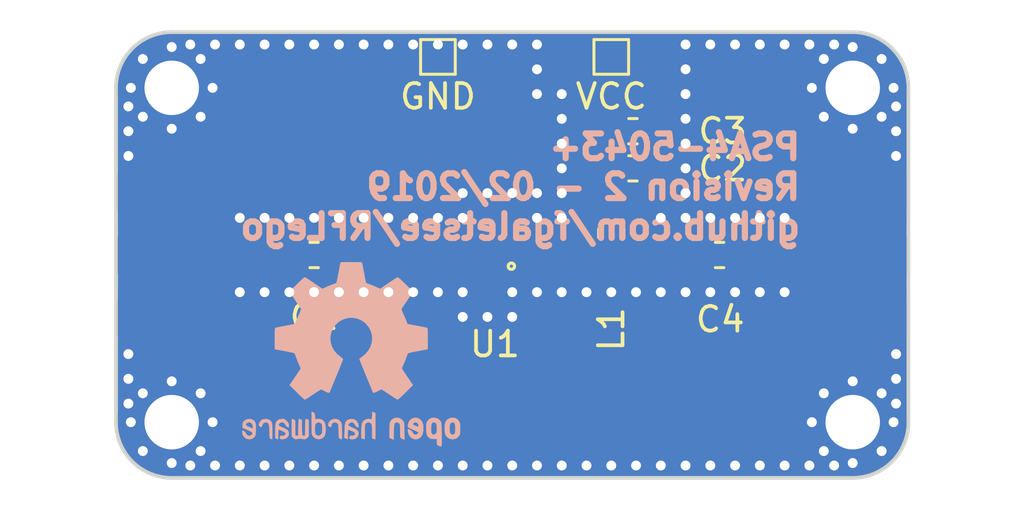
<source format=kicad_pcb>
(kicad_pcb (version 20171130) (host pcbnew "(5.0.1-3-g963ef8bb5)")

  (general
    (thickness 1.6)
    (drawings 27)
    (tracks 130)
    (zones 0)
    (modules 15)
    (nets 7)
  )

  (page A4)
  (layers
    (0 F.Cu signal)
    (31 B.Cu signal)
    (32 B.Adhes user)
    (33 F.Adhes user)
    (34 B.Paste user)
    (35 F.Paste user)
    (36 B.SilkS user)
    (37 F.SilkS user)
    (38 B.Mask user)
    (39 F.Mask user)
    (40 Dwgs.User user)
    (41 Cmts.User user)
    (42 Eco1.User user)
    (43 Eco2.User user)
    (44 Edge.Cuts user)
    (45 Margin user)
    (46 B.CrtYd user)
    (47 F.CrtYd user)
    (48 B.Fab user)
    (49 F.Fab user)
  )

  (setup
    (last_trace_width 0.22)
    (trace_clearance 0.2)
    (zone_clearance 0)
    (zone_45_only no)
    (trace_min 0.2)
    (segment_width 0.15)
    (edge_width 0.15)
    (via_size 0.7)
    (via_drill 0.4)
    (via_min_size 0.6)
    (via_min_drill 0.3)
    (uvia_size 0.3)
    (uvia_drill 0.1)
    (uvias_allowed no)
    (uvia_min_size 0.2)
    (uvia_min_drill 0.1)
    (pcb_text_width 0.3)
    (pcb_text_size 1.5 1.5)
    (mod_edge_width 0.15)
    (mod_text_size 1 1)
    (mod_text_width 0.15)
    (pad_size 4.064 1.524)
    (pad_drill 0)
    (pad_to_mask_clearance 0.051)
    (solder_mask_min_width 0.25)
    (aux_axis_origin 100 100)
    (grid_origin 100 100)
    (visible_elements FFFFFF7F)
    (pcbplotparams
      (layerselection 0x010fc_ffffffff)
      (usegerberextensions false)
      (usegerberattributes false)
      (usegerberadvancedattributes false)
      (creategerberjobfile false)
      (excludeedgelayer true)
      (linewidth 0.100000)
      (plotframeref false)
      (viasonmask false)
      (mode 1)
      (useauxorigin true)
      (hpglpennumber 1)
      (hpglpenspeed 20)
      (hpglpendiameter 15.000000)
      (psnegative false)
      (psa4output false)
      (plotreference true)
      (plotvalue true)
      (plotinvisibletext false)
      (padsonsilk false)
      (subtractmaskfromsilk false)
      (outputformat 1)
      (mirror false)
      (drillshape 0)
      (scaleselection 1)
      (outputdirectory ""))
  )

  (net 0 "")
  (net 1 GND)
  (net 2 "Net-(C1-Pad1)")
  (net 3 "Net-(C1-Pad2)")
  (net 4 "Net-(C2-Pad2)")
  (net 5 "Net-(C4-Pad2)")
  (net 6 "Net-(C4-Pad1)")

  (net_class Default "This is the default net class."
    (clearance 0.2)
    (trace_width 0.22)
    (via_dia 0.7)
    (via_drill 0.4)
    (uvia_dia 0.3)
    (uvia_drill 0.1)
    (diff_pair_gap 0.2)
    (diff_pair_width 0.2)
    (add_net GND)
    (add_net "Net-(C2-Pad2)")
  )

  (net_class "50 Ohm thin" ""
    (clearance 0.19)
    (trace_width 1)
    (via_dia 0.7)
    (via_drill 0.4)
    (uvia_dia 0.3)
    (uvia_drill 0.1)
    (diff_pair_gap 0.2)
    (diff_pair_width 0.2)
  )

  (net_class 50Ohm ""
    (clearance 0.32)
    (trace_width 1.5)
    (via_dia 0.7)
    (via_drill 0.4)
    (uvia_dia 0.3)
    (uvia_drill 0.1)
    (diff_pair_gap 0.2)
    (diff_pair_width 0.2)
    (add_net "Net-(C1-Pad1)")
    (add_net "Net-(C1-Pad2)")
    (add_net "Net-(C4-Pad1)")
    (add_net "Net-(C4-Pad2)")
  )

  (module MountingHole:MountingHole_2.2mm_M2_Pad_Via (layer F.Cu) (tedit 5C589B5C) (tstamp 5C654A6F)
    (at 102.25 102.25)
    (descr "Mounting Hole 2.2mm, M2")
    (tags "mounting hole 2.2mm m2")
    (path /5C581276)
    (attr virtual)
    (fp_text reference H1 (at 0 -3.2) (layer F.SilkS) hide
      (effects (font (size 1 1) (thickness 0.15)))
    )
    (fp_text value MountingHole_Pad (at 0 3.2) (layer F.Fab)
      (effects (font (size 1 1) (thickness 0.15)))
    )
    (fp_text user %R (at 0.3 0) (layer F.Fab)
      (effects (font (size 1 1) (thickness 0.15)))
    )
    (fp_circle (center 0 0) (end 2.2 0) (layer Cmts.User) (width 0.15))
    (fp_circle (center 0 0) (end 2.45 0) (layer F.CrtYd) (width 0.05))
    (pad 1 thru_hole circle (at 0 0) (size 4.4 4.4) (drill 2.2) (layers *.Cu *.Mask)
      (net 1 GND))
    (pad 1 thru_hole circle (at 1.65 0) (size 0.7 0.7) (drill 0.4) (layers *.Cu *.Mask)
      (net 1 GND))
    (pad 1 thru_hole circle (at 1.166726 1.166726) (size 0.7 0.7) (drill 0.4) (layers *.Cu *.Mask)
      (net 1 GND))
    (pad 1 thru_hole circle (at 0 1.65) (size 0.7 0.7) (drill 0.4) (layers *.Cu *.Mask)
      (net 1 GND))
    (pad 1 thru_hole circle (at -1.166726 1.166726) (size 0.7 0.7) (drill 0.4) (layers *.Cu *.Mask)
      (net 1 GND))
    (pad 1 thru_hole circle (at -1.65 0) (size 0.7 0.7) (drill 0.4) (layers *.Cu *.Mask)
      (net 1 GND))
    (pad 1 thru_hole circle (at -1.166726 -1.166726) (size 0.7 0.7) (drill 0.4) (layers *.Cu *.Mask)
      (net 1 GND))
    (pad 1 thru_hole circle (at 0 -1.65) (size 0.7 0.7) (drill 0.4) (layers *.Cu *.Mask)
      (net 1 GND))
    (pad 1 thru_hole circle (at 1.166726 -1.166726) (size 0.7 0.7) (drill 0.4) (layers *.Cu *.Mask)
      (net 1 GND))
  )

  (module MountingHole:MountingHole_2.2mm_M2_Pad_Via (layer F.Cu) (tedit 5C589B60) (tstamp 5C654BAF)
    (at 102.25 115.75)
    (descr "Mounting Hole 2.2mm, M2")
    (tags "mounting hole 2.2mm m2")
    (path /5C58129C)
    (attr virtual)
    (fp_text reference H2 (at 0 -3.2) (layer F.SilkS) hide
      (effects (font (size 1 1) (thickness 0.15)))
    )
    (fp_text value MountingHole_Pad (at 0 3.2) (layer F.Fab)
      (effects (font (size 1 1) (thickness 0.15)))
    )
    (fp_circle (center 0 0) (end 2.45 0) (layer F.CrtYd) (width 0.05))
    (fp_circle (center 0 0) (end 2.2 0) (layer Cmts.User) (width 0.15))
    (fp_text user %R (at 0.3 0) (layer F.Fab)
      (effects (font (size 1 1) (thickness 0.15)))
    )
    (pad 1 thru_hole circle (at 1.166726 -1.166726) (size 0.7 0.7) (drill 0.4) (layers *.Cu *.Mask)
      (net 1 GND))
    (pad 1 thru_hole circle (at 0 -1.65) (size 0.7 0.7) (drill 0.4) (layers *.Cu *.Mask)
      (net 1 GND))
    (pad 1 thru_hole circle (at -1.166726 -1.166726) (size 0.7 0.7) (drill 0.4) (layers *.Cu *.Mask)
      (net 1 GND))
    (pad 1 thru_hole circle (at -1.65 0) (size 0.7 0.7) (drill 0.4) (layers *.Cu *.Mask)
      (net 1 GND))
    (pad 1 thru_hole circle (at -1.166726 1.166726) (size 0.7 0.7) (drill 0.4) (layers *.Cu *.Mask)
      (net 1 GND))
    (pad 1 thru_hole circle (at 0 1.65) (size 0.7 0.7) (drill 0.4) (layers *.Cu *.Mask)
      (net 1 GND))
    (pad 1 thru_hole circle (at 1.166726 1.166726) (size 0.7 0.7) (drill 0.4) (layers *.Cu *.Mask)
      (net 1 GND))
    (pad 1 thru_hole circle (at 1.65 0) (size 0.7 0.7) (drill 0.4) (layers *.Cu *.Mask)
      (net 1 GND))
    (pad 1 thru_hole circle (at 0 0) (size 4.4 4.4) (drill 2.2) (layers *.Cu *.Mask)
      (net 1 GND))
  )

  (module MountingHole:MountingHole_2.2mm_M2_Pad_Via (layer F.Cu) (tedit 5C589B6A) (tstamp 5C654A8F)
    (at 129.75 102.25)
    (descr "Mounting Hole 2.2mm, M2")
    (tags "mounting hole 2.2mm m2")
    (path /5C589BDE)
    (attr virtual)
    (fp_text reference H3 (at 0 -3.2) (layer F.SilkS) hide
      (effects (font (size 1 1) (thickness 0.15)))
    )
    (fp_text value MountingHole_Pad (at 0 3.2) (layer F.Fab)
      (effects (font (size 1 1) (thickness 0.15)))
    )
    (fp_text user %R (at 0.3 0) (layer F.Fab)
      (effects (font (size 1 1) (thickness 0.15)))
    )
    (fp_circle (center 0 0) (end 2.2 0) (layer Cmts.User) (width 0.15))
    (fp_circle (center 0 0) (end 2.45 0) (layer F.CrtYd) (width 0.05))
    (pad 1 thru_hole circle (at 0 0) (size 4.4 4.4) (drill 2.2) (layers *.Cu *.Mask)
      (net 1 GND))
    (pad 1 thru_hole circle (at 1.65 0) (size 0.7 0.7) (drill 0.4) (layers *.Cu *.Mask)
      (net 1 GND))
    (pad 1 thru_hole circle (at 1.166726 1.166726) (size 0.7 0.7) (drill 0.4) (layers *.Cu *.Mask)
      (net 1 GND))
    (pad 1 thru_hole circle (at 0 1.65) (size 0.7 0.7) (drill 0.4) (layers *.Cu *.Mask)
      (net 1 GND))
    (pad 1 thru_hole circle (at -1.166726 1.166726) (size 0.7 0.7) (drill 0.4) (layers *.Cu *.Mask)
      (net 1 GND))
    (pad 1 thru_hole circle (at -1.65 0) (size 0.7 0.7) (drill 0.4) (layers *.Cu *.Mask)
      (net 1 GND))
    (pad 1 thru_hole circle (at -1.166726 -1.166726) (size 0.7 0.7) (drill 0.4) (layers *.Cu *.Mask)
      (net 1 GND))
    (pad 1 thru_hole circle (at 0 -1.65) (size 0.7 0.7) (drill 0.4) (layers *.Cu *.Mask)
      (net 1 GND))
    (pad 1 thru_hole circle (at 1.166726 -1.166726) (size 0.7 0.7) (drill 0.4) (layers *.Cu *.Mask)
      (net 1 GND))
  )

  (module MountingHole:MountingHole_2.2mm_M2_Pad_Via (layer F.Cu) (tedit 5C589B67) (tstamp 5C654A9F)
    (at 129.75 115.75)
    (descr "Mounting Hole 2.2mm, M2")
    (tags "mounting hole 2.2mm m2")
    (path /5C589CB1)
    (attr virtual)
    (fp_text reference H4 (at 0 -3.2) (layer F.SilkS) hide
      (effects (font (size 1 1) (thickness 0.15)))
    )
    (fp_text value MountingHole_Pad (at 0 3.2) (layer F.Fab)
      (effects (font (size 1 1) (thickness 0.15)))
    )
    (fp_circle (center 0 0) (end 2.45 0) (layer F.CrtYd) (width 0.05))
    (fp_circle (center 0 0) (end 2.2 0) (layer Cmts.User) (width 0.15))
    (fp_text user %R (at 0.3 0) (layer F.Fab)
      (effects (font (size 1 1) (thickness 0.15)))
    )
    (pad 1 thru_hole circle (at 1.166726 -1.166726) (size 0.7 0.7) (drill 0.4) (layers *.Cu *.Mask)
      (net 1 GND))
    (pad 1 thru_hole circle (at 0 -1.65) (size 0.7 0.7) (drill 0.4) (layers *.Cu *.Mask)
      (net 1 GND))
    (pad 1 thru_hole circle (at -1.166726 -1.166726) (size 0.7 0.7) (drill 0.4) (layers *.Cu *.Mask)
      (net 1 GND))
    (pad 1 thru_hole circle (at -1.65 0) (size 0.7 0.7) (drill 0.4) (layers *.Cu *.Mask)
      (net 1 GND))
    (pad 1 thru_hole circle (at -1.166726 1.166726) (size 0.7 0.7) (drill 0.4) (layers *.Cu *.Mask)
      (net 1 GND))
    (pad 1 thru_hole circle (at 0 1.65) (size 0.7 0.7) (drill 0.4) (layers *.Cu *.Mask)
      (net 1 GND))
    (pad 1 thru_hole circle (at 1.166726 1.166726) (size 0.7 0.7) (drill 0.4) (layers *.Cu *.Mask)
      (net 1 GND))
    (pad 1 thru_hole circle (at 1.65 0) (size 0.7 0.7) (drill 0.4) (layers *.Cu *.Mask)
      (net 1 GND))
    (pad 1 thru_hole circle (at 0 0) (size 4.4 4.4) (drill 2.2) (layers *.Cu *.Mask)
      (net 1 GND))
  )

  (module RFLego_Footprint:SMA_Edge (layer F.Cu) (tedit 5C589B63) (tstamp 5C654AA8)
    (at 100 109)
    (path /5C58165C)
    (fp_text reference J1 (at 2.1336 4.6482) (layer F.SilkS) hide
      (effects (font (size 1 1) (thickness 0.15)))
    )
    (fp_text value SMA (at 1.27 6.35) (layer F.Fab) hide
      (effects (font (size 1 1) (thickness 0.15)))
    )
    (pad 1 smd rect (at 2.032 0) (size 4.064 1.524) (layers F.Cu F.Mask)
      (net 3 "Net-(C1-Pad2)"))
    (pad 2 smd rect (at 2.032 -2.54) (size 4.064 1.524) (layers F.Cu F.Mask)
      (net 1 GND))
    (pad 2 smd rect (at 2.032 2.54) (size 4.064 1.524) (layers B.Cu B.Mask)
      (net 1 GND))
    (pad 2 smd rect (at 2.032 -2.54) (size 4.064 1.524) (layers B.Cu B.Mask)
      (net 1 GND))
    (pad 2 smd rect (at 2.032 2.54) (size 4.064 1.524) (layers F.Cu F.Mask)
      (net 1 GND))
  )

  (module RFLego_Footprint:SMA_Edge (layer F.Cu) (tedit 5C58AA95) (tstamp 5C654AB1)
    (at 127.968 109)
    (path /5C581B40)
    (fp_text reference J2 (at 2.1336 4.6482) (layer F.SilkS) hide
      (effects (font (size 1 1) (thickness 0.15)))
    )
    (fp_text value SMA (at 1.27 6.35) (layer F.Fab) hide
      (effects (font (size 1 1) (thickness 0.15)))
    )
    (pad 2 smd rect (at 2.032 2.54) (size 4.064 1.524) (layers F.Cu F.Mask)
      (net 1 GND))
    (pad 2 smd rect (at 2.032 -2.54) (size 4.064 1.524) (layers B.Cu B.Mask)
      (net 1 GND))
    (pad 2 smd rect (at 2.032 2.54) (size 4.064 1.524) (layers B.Cu B.Mask)
      (net 1 GND))
    (pad 2 smd rect (at 2.032 -2.54) (size 4.064 1.524) (layers F.Cu F.Mask)
      (net 1 GND))
    (pad 1 smd rect (at 2.032 0) (size 4.064 1.524) (layers F.Cu F.Mask)
      (net 6 "Net-(C4-Pad1)"))
  )

  (module Capacitor_SMD:C_0603_1608Metric_Pad1.05x0.95mm_HandSolder (layer F.Cu) (tedit 5B301BBE) (tstamp 5C7827B6)
    (at 108 109 180)
    (descr "Capacitor SMD 0603 (1608 Metric), square (rectangular) end terminal, IPC_7351 nominal with elongated pad for handsoldering. (Body size source: http://www.tortai-tech.com/upload/download/2011102023233369053.pdf), generated with kicad-footprint-generator")
    (tags "capacitor handsolder")
    (path /5C5F517E)
    (attr smd)
    (fp_text reference C1 (at 0 -2.5 180) (layer F.SilkS)
      (effects (font (size 1 1) (thickness 0.15)))
    )
    (fp_text value C (at 0 1.43 180) (layer F.Fab)
      (effects (font (size 1 1) (thickness 0.15)))
    )
    (fp_line (start -0.8 0.4) (end -0.8 -0.4) (layer F.Fab) (width 0.1))
    (fp_line (start -0.8 -0.4) (end 0.8 -0.4) (layer F.Fab) (width 0.1))
    (fp_line (start 0.8 -0.4) (end 0.8 0.4) (layer F.Fab) (width 0.1))
    (fp_line (start 0.8 0.4) (end -0.8 0.4) (layer F.Fab) (width 0.1))
    (fp_line (start -0.171267 -0.51) (end 0.171267 -0.51) (layer F.SilkS) (width 0.12))
    (fp_line (start -0.171267 0.51) (end 0.171267 0.51) (layer F.SilkS) (width 0.12))
    (fp_line (start -1.65 0.73) (end -1.65 -0.73) (layer F.CrtYd) (width 0.05))
    (fp_line (start -1.65 -0.73) (end 1.65 -0.73) (layer F.CrtYd) (width 0.05))
    (fp_line (start 1.65 -0.73) (end 1.65 0.73) (layer F.CrtYd) (width 0.05))
    (fp_line (start 1.65 0.73) (end -1.65 0.73) (layer F.CrtYd) (width 0.05))
    (fp_text user %R (at 0 0 180) (layer F.Fab)
      (effects (font (size 0.4 0.4) (thickness 0.06)))
    )
    (pad 1 smd roundrect (at -0.875 0 180) (size 1.05 0.95) (layers F.Cu F.Paste F.Mask) (roundrect_rratio 0.25)
      (net 2 "Net-(C1-Pad1)"))
    (pad 2 smd roundrect (at 0.875 0 180) (size 1.05 0.95) (layers F.Cu F.Paste F.Mask) (roundrect_rratio 0.25)
      (net 3 "Net-(C1-Pad2)"))
    (model ${KISYS3DMOD}/Capacitor_SMD.3dshapes/C_0603_1608Metric.wrl
      (at (xyz 0 0 0))
      (scale (xyz 1 1 1))
      (rotate (xyz 0 0 0))
    )
  )

  (module Capacitor_SMD:C_0603_1608Metric_Pad1.05x0.95mm_HandSolder (layer F.Cu) (tedit 5B301BBE) (tstamp 5C7827C7)
    (at 120.875 105.5 180)
    (descr "Capacitor SMD 0603 (1608 Metric), square (rectangular) end terminal, IPC_7351 nominal with elongated pad for handsoldering. (Body size source: http://www.tortai-tech.com/upload/download/2011102023233369053.pdf), generated with kicad-footprint-generator")
    (tags "capacitor handsolder")
    (path /5C5F5D2A)
    (attr smd)
    (fp_text reference C2 (at -3.625 0) (layer F.SilkS)
      (effects (font (size 1 1) (thickness 0.15)))
    )
    (fp_text value C (at 0 1.43 180) (layer F.Fab)
      (effects (font (size 1 1) (thickness 0.15)))
    )
    (fp_text user %R (at 0 0 180) (layer F.Fab)
      (effects (font (size 0.4 0.4) (thickness 0.06)))
    )
    (fp_line (start 1.65 0.73) (end -1.65 0.73) (layer F.CrtYd) (width 0.05))
    (fp_line (start 1.65 -0.73) (end 1.65 0.73) (layer F.CrtYd) (width 0.05))
    (fp_line (start -1.65 -0.73) (end 1.65 -0.73) (layer F.CrtYd) (width 0.05))
    (fp_line (start -1.65 0.73) (end -1.65 -0.73) (layer F.CrtYd) (width 0.05))
    (fp_line (start -0.171267 0.51) (end 0.171267 0.51) (layer F.SilkS) (width 0.12))
    (fp_line (start -0.171267 -0.51) (end 0.171267 -0.51) (layer F.SilkS) (width 0.12))
    (fp_line (start 0.8 0.4) (end -0.8 0.4) (layer F.Fab) (width 0.1))
    (fp_line (start 0.8 -0.4) (end 0.8 0.4) (layer F.Fab) (width 0.1))
    (fp_line (start -0.8 -0.4) (end 0.8 -0.4) (layer F.Fab) (width 0.1))
    (fp_line (start -0.8 0.4) (end -0.8 -0.4) (layer F.Fab) (width 0.1))
    (pad 2 smd roundrect (at 0.875 0 180) (size 1.05 0.95) (layers F.Cu F.Paste F.Mask) (roundrect_rratio 0.25)
      (net 4 "Net-(C2-Pad2)"))
    (pad 1 smd roundrect (at -0.875 0 180) (size 1.05 0.95) (layers F.Cu F.Paste F.Mask) (roundrect_rratio 0.25)
      (net 1 GND))
    (model ${KISYS3DMOD}/Capacitor_SMD.3dshapes/C_0603_1608Metric.wrl
      (at (xyz 0 0 0))
      (scale (xyz 1 1 1))
      (rotate (xyz 0 0 0))
    )
  )

  (module Capacitor_SMD:C_0603_1608Metric_Pad1.05x0.95mm_HandSolder (layer F.Cu) (tedit 5B301BBE) (tstamp 5C7827D8)
    (at 120.875 104 180)
    (descr "Capacitor SMD 0603 (1608 Metric), square (rectangular) end terminal, IPC_7351 nominal with elongated pad for handsoldering. (Body size source: http://www.tortai-tech.com/upload/download/2011102023233369053.pdf), generated with kicad-footprint-generator")
    (tags "capacitor handsolder")
    (path /5C5F5B86)
    (attr smd)
    (fp_text reference C3 (at -3.625 0 180) (layer F.SilkS)
      (effects (font (size 1 1) (thickness 0.15)))
    )
    (fp_text value C (at 0 1.43 180) (layer F.Fab)
      (effects (font (size 1 1) (thickness 0.15)))
    )
    (fp_line (start -0.8 0.4) (end -0.8 -0.4) (layer F.Fab) (width 0.1))
    (fp_line (start -0.8 -0.4) (end 0.8 -0.4) (layer F.Fab) (width 0.1))
    (fp_line (start 0.8 -0.4) (end 0.8 0.4) (layer F.Fab) (width 0.1))
    (fp_line (start 0.8 0.4) (end -0.8 0.4) (layer F.Fab) (width 0.1))
    (fp_line (start -0.171267 -0.51) (end 0.171267 -0.51) (layer F.SilkS) (width 0.12))
    (fp_line (start -0.171267 0.51) (end 0.171267 0.51) (layer F.SilkS) (width 0.12))
    (fp_line (start -1.65 0.73) (end -1.65 -0.73) (layer F.CrtYd) (width 0.05))
    (fp_line (start -1.65 -0.73) (end 1.65 -0.73) (layer F.CrtYd) (width 0.05))
    (fp_line (start 1.65 -0.73) (end 1.65 0.73) (layer F.CrtYd) (width 0.05))
    (fp_line (start 1.65 0.73) (end -1.65 0.73) (layer F.CrtYd) (width 0.05))
    (fp_text user %R (at 0 0 180) (layer F.Fab)
      (effects (font (size 0.4 0.4) (thickness 0.06)))
    )
    (pad 1 smd roundrect (at -0.875 0 180) (size 1.05 0.95) (layers F.Cu F.Paste F.Mask) (roundrect_rratio 0.25)
      (net 1 GND))
    (pad 2 smd roundrect (at 0.875 0 180) (size 1.05 0.95) (layers F.Cu F.Paste F.Mask) (roundrect_rratio 0.25)
      (net 4 "Net-(C2-Pad2)"))
    (model ${KISYS3DMOD}/Capacitor_SMD.3dshapes/C_0603_1608Metric.wrl
      (at (xyz 0 0 0))
      (scale (xyz 1 1 1))
      (rotate (xyz 0 0 0))
    )
  )

  (module Capacitor_SMD:C_0603_1608Metric_Pad1.05x0.95mm_HandSolder (layer F.Cu) (tedit 5B301BBE) (tstamp 5C7827E9)
    (at 124.375 109 180)
    (descr "Capacitor SMD 0603 (1608 Metric), square (rectangular) end terminal, IPC_7351 nominal with elongated pad for handsoldering. (Body size source: http://www.tortai-tech.com/upload/download/2011102023233369053.pdf), generated with kicad-footprint-generator")
    (tags "capacitor handsolder")
    (path /5C5F51F3)
    (attr smd)
    (fp_text reference C4 (at -0.025 -2.6 180) (layer F.SilkS)
      (effects (font (size 1 1) (thickness 0.15)))
    )
    (fp_text value C (at 0 1.43 180) (layer F.Fab)
      (effects (font (size 1 1) (thickness 0.15)))
    )
    (fp_text user %R (at 0 0 180) (layer F.Fab)
      (effects (font (size 0.4 0.4) (thickness 0.06)))
    )
    (fp_line (start 1.65 0.73) (end -1.65 0.73) (layer F.CrtYd) (width 0.05))
    (fp_line (start 1.65 -0.73) (end 1.65 0.73) (layer F.CrtYd) (width 0.05))
    (fp_line (start -1.65 -0.73) (end 1.65 -0.73) (layer F.CrtYd) (width 0.05))
    (fp_line (start -1.65 0.73) (end -1.65 -0.73) (layer F.CrtYd) (width 0.05))
    (fp_line (start -0.171267 0.51) (end 0.171267 0.51) (layer F.SilkS) (width 0.12))
    (fp_line (start -0.171267 -0.51) (end 0.171267 -0.51) (layer F.SilkS) (width 0.12))
    (fp_line (start 0.8 0.4) (end -0.8 0.4) (layer F.Fab) (width 0.1))
    (fp_line (start 0.8 -0.4) (end 0.8 0.4) (layer F.Fab) (width 0.1))
    (fp_line (start -0.8 -0.4) (end 0.8 -0.4) (layer F.Fab) (width 0.1))
    (fp_line (start -0.8 0.4) (end -0.8 -0.4) (layer F.Fab) (width 0.1))
    (pad 2 smd roundrect (at 0.875 0 180) (size 1.05 0.95) (layers F.Cu F.Paste F.Mask) (roundrect_rratio 0.25)
      (net 5 "Net-(C4-Pad2)"))
    (pad 1 smd roundrect (at -0.875 0 180) (size 1.05 0.95) (layers F.Cu F.Paste F.Mask) (roundrect_rratio 0.25)
      (net 6 "Net-(C4-Pad1)"))
    (model ${KISYS3DMOD}/Capacitor_SMD.3dshapes/C_0603_1608Metric.wrl
      (at (xyz 0 0 0))
      (scale (xyz 1 1 1))
      (rotate (xyz 0 0 0))
    )
  )

  (module Inductor_SMD:L_0603_1608Metric_Pad1.05x0.95mm_HandSolder (layer F.Cu) (tedit 5B301BBE) (tstamp 5C7827FA)
    (at 120 108.125 270)
    (descr "Capacitor SMD 0603 (1608 Metric), square (rectangular) end terminal, IPC_7351 nominal with elongated pad for handsoldering. (Body size source: http://www.tortai-tech.com/upload/download/2011102023233369053.pdf), generated with kicad-footprint-generator")
    (tags "inductor handsolder")
    (path /5C5F5857)
    (attr smd)
    (fp_text reference L1 (at 3.875 0 270) (layer F.SilkS)
      (effects (font (size 1 1) (thickness 0.15)))
    )
    (fp_text value L (at 0 1.43 270) (layer F.Fab)
      (effects (font (size 1 1) (thickness 0.15)))
    )
    (fp_line (start -0.8 0.4) (end -0.8 -0.4) (layer F.Fab) (width 0.1))
    (fp_line (start -0.8 -0.4) (end 0.8 -0.4) (layer F.Fab) (width 0.1))
    (fp_line (start 0.8 -0.4) (end 0.8 0.4) (layer F.Fab) (width 0.1))
    (fp_line (start 0.8 0.4) (end -0.8 0.4) (layer F.Fab) (width 0.1))
    (fp_line (start -0.171267 -0.51) (end 0.171267 -0.51) (layer F.SilkS) (width 0.12))
    (fp_line (start -0.171267 0.51) (end 0.171267 0.51) (layer F.SilkS) (width 0.12))
    (fp_line (start -1.65 0.73) (end -1.65 -0.73) (layer F.CrtYd) (width 0.05))
    (fp_line (start -1.65 -0.73) (end 1.65 -0.73) (layer F.CrtYd) (width 0.05))
    (fp_line (start 1.65 -0.73) (end 1.65 0.73) (layer F.CrtYd) (width 0.05))
    (fp_line (start 1.65 0.73) (end -1.65 0.73) (layer F.CrtYd) (width 0.05))
    (fp_text user %R (at 0 0 270) (layer F.Fab)
      (effects (font (size 0.4 0.4) (thickness 0.06)))
    )
    (pad 1 smd roundrect (at -0.875 0 270) (size 1.05 0.95) (layers F.Cu F.Paste F.Mask) (roundrect_rratio 0.25)
      (net 4 "Net-(C2-Pad2)"))
    (pad 2 smd roundrect (at 0.875 0 270) (size 1.05 0.95) (layers F.Cu F.Paste F.Mask) (roundrect_rratio 0.25)
      (net 5 "Net-(C4-Pad2)"))
    (model ${KISYS3DMOD}/Inductor_SMD.3dshapes/L_0603_1608Metric.wrl
      (at (xyz 0 0 0))
      (scale (xyz 1 1 1))
      (rotate (xyz 0 0 0))
    )
  )

  (module TestPoint:TestPoint_Pad_1.0x1.0mm (layer F.Cu) (tedit 5C5F4BF4) (tstamp 5C783406)
    (at 113 101)
    (descr "SMD rectangular pad as test Point, square 1.0mm side length")
    (tags "test point SMD pad rectangle square")
    (path /5C5F6097)
    (attr virtual)
    (fp_text reference GND (at 0 1.6) (layer F.SilkS)
      (effects (font (size 1 1) (thickness 0.15)))
    )
    (fp_text value GND (at 0 1.55) (layer F.Fab)
      (effects (font (size 1 1) (thickness 0.15)))
    )
    (fp_line (start 1 1) (end -1 1) (layer F.CrtYd) (width 0.05))
    (fp_line (start 1 1) (end 1 -1) (layer F.CrtYd) (width 0.05))
    (fp_line (start -1 -1) (end -1 1) (layer F.CrtYd) (width 0.05))
    (fp_line (start -1 -1) (end 1 -1) (layer F.CrtYd) (width 0.05))
    (fp_line (start -0.7 0.7) (end -0.7 -0.7) (layer F.SilkS) (width 0.12))
    (fp_line (start 0.7 0.7) (end -0.7 0.7) (layer F.SilkS) (width 0.12))
    (fp_line (start 0.7 -0.7) (end 0.7 0.7) (layer F.SilkS) (width 0.12))
    (fp_line (start -0.7 -0.7) (end 0.7 -0.7) (layer F.SilkS) (width 0.12))
    (fp_text user %R (at 0 -1.45) (layer F.Fab)
      (effects (font (size 1 1) (thickness 0.15)))
    )
    (pad 1 smd rect (at 0 0) (size 1 1) (layers F.Cu F.Mask)
      (net 1 GND))
  )

  (module TestPoint:TestPoint_Pad_1.0x1.0mm (layer F.Cu) (tedit 5C5F4BE4) (tstamp 5C783BC4)
    (at 120 101)
    (descr "SMD rectangular pad as test Point, square 1.0mm side length")
    (tags "test point SMD pad rectangle square")
    (path /5C5F5ABB)
    (attr virtual)
    (fp_text reference VCC (at 0 1.6) (layer F.SilkS)
      (effects (font (size 1 1) (thickness 0.15)))
    )
    (fp_text value VCC (at 0 1.55) (layer F.Fab)
      (effects (font (size 1 1) (thickness 0.15)))
    )
    (fp_text user %R (at 0 -1.45) (layer F.Fab)
      (effects (font (size 1 1) (thickness 0.15)))
    )
    (fp_line (start -0.7 -0.7) (end 0.7 -0.7) (layer F.SilkS) (width 0.12))
    (fp_line (start 0.7 -0.7) (end 0.7 0.7) (layer F.SilkS) (width 0.12))
    (fp_line (start 0.7 0.7) (end -0.7 0.7) (layer F.SilkS) (width 0.12))
    (fp_line (start -0.7 0.7) (end -0.7 -0.7) (layer F.SilkS) (width 0.12))
    (fp_line (start -1 -1) (end 1 -1) (layer F.CrtYd) (width 0.05))
    (fp_line (start -1 -1) (end -1 1) (layer F.CrtYd) (width 0.05))
    (fp_line (start 1 1) (end 1 -1) (layer F.CrtYd) (width 0.05))
    (fp_line (start 1 1) (end -1 1) (layer F.CrtYd) (width 0.05))
    (pad 1 smd rect (at 0 0) (size 1 1) (layers F.Cu F.Mask)
      (net 4 "Net-(C2-Pad2)"))
  )

  (module PSA4-5043_:PSA4-5043+ (layer F.Cu) (tedit 5C5F4C99) (tstamp 5C782EA9)
    (at 115.310161 108.989104 126.4)
    (path /5C5F5068)
    (attr smd)
    (fp_text reference U1 (at -2.900358 -2.150952) (layer F.SilkS)
      (effects (font (size 1 1) (thickness 0.15)))
    )
    (fp_text value PSA4-5043+ (at -5.353234 -3.710888) (layer F.SilkS) hide
      (effects (font (size 1 1) (thickness 0.15)))
    )
    (fp_line (start -1 -0.549999) (end 0.999999 -0.549999) (layer Dwgs.User) (width 0.2032))
    (fp_line (start 1 0.549999) (end -0.999999 0.549999) (layer Dwgs.User) (width 0.2032))
    (fp_poly (pts (xy 0.150171 0.6) (xy 0.85 0.6) (xy 0.85 1.10126) (xy 0.150171 1.10126)) (layer Dwgs.User) (width 0))
    (fp_poly (pts (xy -0.851089 0.6) (xy -0.45 0.6) (xy -0.45 1.10141) (xy -0.851089 1.10141)) (layer Dwgs.User) (width 0))
    (fp_poly (pts (xy -0.851105 -1.1) (xy -0.45 -1.1) (xy -0.45 -0.60078) (xy -0.851105 -0.60078)) (layer Dwgs.User) (width 0))
    (fp_poly (pts (xy 0.450588 -1.1) (xy 0.85 -1.1) (xy 0.85 -0.600784) (xy 0.450588 -0.600784)) (layer Dwgs.User) (width 0))
    (fp_circle (center -0.762 0.254) (end -0.635 0.254) (layer F.SilkS) (width 0.127))
    (pad 2 smd rect (at 0.5 0.899999 126.4) (size 0.9 0.8) (layers F.Cu F.Paste F.Mask)
      (net 1 GND))
    (pad 1 smd rect (at -0.65 0.9 126.4) (size 0.6 0.8) (layers F.Cu F.Paste F.Mask)
      (net 5 "Net-(C4-Pad2)"))
    (pad 4 smd rect (at -0.65 -0.899999 126.4) (size 0.6 0.8) (layers F.Cu F.Paste F.Mask)
      (net 1 GND))
    (pad 3 smd rect (at 0.65 -0.9 126.4) (size 0.6 0.8) (layers F.Cu F.Paste F.Mask)
      (net 2 "Net-(C1-Pad1)"))
  )

  (module Symbol:OSHW-Logo2_9.8x8mm_SilkScreen (layer B.Cu) (tedit 0) (tstamp 5C783F67)
    (at 109.5 113 180)
    (descr "Open Source Hardware Symbol")
    (tags "Logo Symbol OSHW")
    (attr virtual)
    (fp_text reference REF** (at 0 0 180) (layer B.SilkS) hide
      (effects (font (size 1 1) (thickness 0.15)) (justify mirror))
    )
    (fp_text value OSHW-Logo2_9.8x8mm_SilkScreen (at 0.75 0 180) (layer B.Fab) hide
      (effects (font (size 1 1) (thickness 0.15)) (justify mirror))
    )
    (fp_poly (pts (xy 0.139878 3.712224) (xy 0.245612 3.711645) (xy 0.322132 3.710078) (xy 0.374372 3.707028)
      (xy 0.407263 3.702004) (xy 0.425737 3.694511) (xy 0.434727 3.684056) (xy 0.439163 3.670147)
      (xy 0.439594 3.668346) (xy 0.446333 3.635855) (xy 0.458808 3.571748) (xy 0.475719 3.482849)
      (xy 0.495771 3.375981) (xy 0.517664 3.257967) (xy 0.518429 3.253822) (xy 0.540359 3.138169)
      (xy 0.560877 3.035986) (xy 0.578659 2.953402) (xy 0.592381 2.896544) (xy 0.600718 2.871542)
      (xy 0.601116 2.871099) (xy 0.625677 2.85889) (xy 0.676315 2.838544) (xy 0.742095 2.814455)
      (xy 0.742461 2.814326) (xy 0.825317 2.783182) (xy 0.923 2.743509) (xy 1.015077 2.703619)
      (xy 1.019434 2.701647) (xy 1.169407 2.63358) (xy 1.501498 2.860361) (xy 1.603374 2.929496)
      (xy 1.695657 2.991303) (xy 1.773003 3.042267) (xy 1.830064 3.078873) (xy 1.861495 3.097606)
      (xy 1.864479 3.098996) (xy 1.887321 3.09281) (xy 1.929982 3.062965) (xy 1.994128 3.008053)
      (xy 2.081421 2.926666) (xy 2.170535 2.840078) (xy 2.256441 2.754753) (xy 2.333327 2.676892)
      (xy 2.396564 2.611303) (xy 2.441523 2.562795) (xy 2.463576 2.536175) (xy 2.464396 2.534805)
      (xy 2.466834 2.516537) (xy 2.45765 2.486705) (xy 2.434574 2.441279) (xy 2.395337 2.37623)
      (xy 2.33767 2.28753) (xy 2.260795 2.173343) (xy 2.19257 2.072838) (xy 2.131582 1.982697)
      (xy 2.081356 1.908151) (xy 2.045416 1.854435) (xy 2.027287 1.826782) (xy 2.026146 1.824905)
      (xy 2.028359 1.79841) (xy 2.045138 1.746914) (xy 2.073142 1.680149) (xy 2.083122 1.658828)
      (xy 2.126672 1.563841) (xy 2.173134 1.456063) (xy 2.210877 1.362808) (xy 2.238073 1.293594)
      (xy 2.259675 1.240994) (xy 2.272158 1.213503) (xy 2.273709 1.211384) (xy 2.296668 1.207876)
      (xy 2.350786 1.198262) (xy 2.428868 1.183911) (xy 2.523719 1.166193) (xy 2.628143 1.146475)
      (xy 2.734944 1.126126) (xy 2.836926 1.106514) (xy 2.926894 1.089009) (xy 2.997653 1.074978)
      (xy 3.042006 1.065791) (xy 3.052885 1.063193) (xy 3.064122 1.056782) (xy 3.072605 1.042303)
      (xy 3.078714 1.014867) (xy 3.082832 0.969589) (xy 3.085341 0.90158) (xy 3.086621 0.805953)
      (xy 3.087054 0.67782) (xy 3.087077 0.625299) (xy 3.087077 0.198155) (xy 2.9845 0.177909)
      (xy 2.927431 0.16693) (xy 2.842269 0.150905) (xy 2.739372 0.131767) (xy 2.629096 0.111449)
      (xy 2.598615 0.105868) (xy 2.496855 0.086083) (xy 2.408205 0.066627) (xy 2.340108 0.049303)
      (xy 2.300004 0.035912) (xy 2.293323 0.031921) (xy 2.276919 0.003658) (xy 2.253399 -0.051109)
      (xy 2.227316 -0.121588) (xy 2.222142 -0.136769) (xy 2.187956 -0.230896) (xy 2.145523 -0.337101)
      (xy 2.103997 -0.432473) (xy 2.103792 -0.432916) (xy 2.03464 -0.582525) (xy 2.489512 -1.251617)
      (xy 2.1975 -1.544116) (xy 2.10918 -1.63117) (xy 2.028625 -1.707909) (xy 1.96036 -1.770237)
      (xy 1.908908 -1.814056) (xy 1.878794 -1.83527) (xy 1.874474 -1.836616) (xy 1.849111 -1.826016)
      (xy 1.797358 -1.796547) (xy 1.724868 -1.751705) (xy 1.637294 -1.694984) (xy 1.542612 -1.631462)
      (xy 1.446516 -1.566668) (xy 1.360837 -1.510287) (xy 1.291016 -1.465788) (xy 1.242494 -1.436639)
      (xy 1.220782 -1.426308) (xy 1.194293 -1.43505) (xy 1.144062 -1.458087) (xy 1.080451 -1.490631)
      (xy 1.073708 -1.494249) (xy 0.988046 -1.53721) (xy 0.929306 -1.558279) (xy 0.892772 -1.558503)
      (xy 0.873731 -1.538928) (xy 0.87362 -1.538654) (xy 0.864102 -1.515472) (xy 0.841403 -1.460441)
      (xy 0.807282 -1.377822) (xy 0.7635 -1.271872) (xy 0.711816 -1.146852) (xy 0.653992 -1.00702)
      (xy 0.597991 -0.871637) (xy 0.536447 -0.722234) (xy 0.479939 -0.583832) (xy 0.430161 -0.460673)
      (xy 0.388806 -0.357002) (xy 0.357568 -0.277059) (xy 0.338141 -0.225088) (xy 0.332154 -0.205692)
      (xy 0.347168 -0.183443) (xy 0.386439 -0.147982) (xy 0.438807 -0.108887) (xy 0.587941 0.014755)
      (xy 0.704511 0.156478) (xy 0.787118 0.313296) (xy 0.834366 0.482225) (xy 0.844857 0.660278)
      (xy 0.837231 0.742461) (xy 0.795682 0.912969) (xy 0.724123 1.063541) (xy 0.626995 1.192691)
      (xy 0.508734 1.298936) (xy 0.37378 1.38079) (xy 0.226571 1.436768) (xy 0.071544 1.465385)
      (xy -0.086861 1.465156) (xy -0.244206 1.434595) (xy -0.396054 1.372218) (xy -0.537965 1.27654)
      (xy -0.597197 1.222428) (xy -0.710797 1.08348) (xy -0.789894 0.931639) (xy -0.835014 0.771333)
      (xy -0.846684 0.606988) (xy -0.825431 0.443029) (xy -0.77178 0.283882) (xy -0.68626 0.133975)
      (xy -0.569395 -0.002267) (xy -0.438807 -0.108887) (xy -0.384412 -0.149642) (xy -0.345986 -0.184718)
      (xy -0.332154 -0.205726) (xy -0.339397 -0.228635) (xy -0.359995 -0.283365) (xy -0.392254 -0.365672)
      (xy -0.434479 -0.471315) (xy -0.484977 -0.59605) (xy -0.542052 -0.735636) (xy -0.598146 -0.87167)
      (xy -0.660033 -1.021201) (xy -0.717356 -1.159767) (xy -0.768356 -1.283107) (xy -0.811273 -1.386964)
      (xy -0.844347 -1.46708) (xy -0.865819 -1.519195) (xy -0.873775 -1.538654) (xy -0.892571 -1.558423)
      (xy -0.928926 -1.558365) (xy -0.987521 -1.537441) (xy -1.073032 -1.494613) (xy -1.073708 -1.494249)
      (xy -1.138093 -1.461012) (xy -1.190139 -1.436802) (xy -1.219488 -1.426404) (xy -1.220783 -1.426308)
      (xy -1.242876 -1.436855) (xy -1.291652 -1.466184) (xy -1.361669 -1.510827) (xy -1.447486 -1.567314)
      (xy -1.542612 -1.631462) (xy -1.63946 -1.696411) (xy -1.726747 -1.752896) (xy -1.798819 -1.797421)
      (xy -1.850023 -1.82649) (xy -1.874474 -1.836616) (xy -1.89699 -1.823307) (xy -1.942258 -1.786112)
      (xy -2.005756 -1.729128) (xy -2.082961 -1.656449) (xy -2.169349 -1.572171) (xy -2.197601 -1.544016)
      (xy -2.489713 -1.251416) (xy -2.267369 -0.925104) (xy -2.199798 -0.824897) (xy -2.140493 -0.734963)
      (xy -2.092783 -0.66051) (xy -2.059993 -0.606751) (xy -2.045452 -0.578894) (xy -2.045026 -0.576912)
      (xy -2.052692 -0.550655) (xy -2.073311 -0.497837) (xy -2.103315 -0.42731) (xy -2.124375 -0.380093)
      (xy -2.163752 -0.289694) (xy -2.200835 -0.198366) (xy -2.229585 -0.1212) (xy -2.237395 -0.097692)
      (xy -2.259583 -0.034916) (xy -2.281273 0.013589) (xy -2.293187 0.031921) (xy -2.319477 0.043141)
      (xy -2.376858 0.059046) (xy -2.457882 0.077833) (xy -2.555105 0.097701) (xy -2.598615 0.105868)
      (xy -2.709104 0.126171) (xy -2.815084 0.14583) (xy -2.906199 0.162912) (xy -2.972092 0.175482)
      (xy -2.9845 0.177909) (xy -3.087077 0.198155) (xy -3.087077 0.625299) (xy -3.086847 0.765754)
      (xy -3.085901 0.872021) (xy -3.083859 0.948987) (xy -3.080338 1.00154) (xy -3.074957 1.034567)
      (xy -3.067334 1.052955) (xy -3.057088 1.061592) (xy -3.052885 1.063193) (xy -3.02753 1.068873)
      (xy -2.971516 1.080205) (xy -2.892036 1.095821) (xy -2.796288 1.114353) (xy -2.691467 1.134431)
      (xy -2.584768 1.154688) (xy -2.483387 1.173754) (xy -2.394521 1.190261) (xy -2.325363 1.202841)
      (xy -2.283111 1.210125) (xy -2.27371 1.211384) (xy -2.265193 1.228237) (xy -2.24634 1.27313)
      (xy -2.220676 1.33757) (xy -2.210877 1.362808) (xy -2.171352 1.460314) (xy -2.124808 1.568041)
      (xy -2.083123 1.658828) (xy -2.05245 1.728247) (xy -2.032044 1.78529) (xy -2.025232 1.820223)
      (xy -2.026318 1.824905) (xy -2.040715 1.847009) (xy -2.073588 1.896169) (xy -2.12141 1.967152)
      (xy -2.180652 2.054722) (xy -2.247785 2.153643) (xy -2.261059 2.17317) (xy -2.338954 2.28886)
      (xy -2.396213 2.376956) (xy -2.435119 2.441514) (xy -2.457956 2.486589) (xy -2.467006 2.516237)
      (xy -2.464552 2.534515) (xy -2.464489 2.534631) (xy -2.445173 2.558639) (xy -2.402449 2.605053)
      (xy -2.340949 2.669063) (xy -2.265302 2.745855) (xy -2.180139 2.830618) (xy -2.170535 2.840078)
      (xy -2.06321 2.944011) (xy -1.980385 3.020325) (xy -1.920395 3.070429) (xy -1.881577 3.09573)
      (xy -1.86448 3.098996) (xy -1.839527 3.08475) (xy -1.787745 3.051844) (xy -1.71448 3.003792)
      (xy -1.62508 2.94411) (xy -1.524889 2.876312) (xy -1.501499 2.860361) (xy -1.169407 2.63358)
      (xy -1.019435 2.701647) (xy -0.92823 2.741315) (xy -0.830331 2.781209) (xy -0.746169 2.813017)
      (xy -0.742462 2.814326) (xy -0.676631 2.838424) (xy -0.625884 2.8588) (xy -0.601158 2.871064)
      (xy -0.601116 2.871099) (xy -0.593271 2.893266) (xy -0.579934 2.947783) (xy -0.56243 3.02852)
      (xy -0.542083 3.12935) (xy -0.520218 3.244144) (xy -0.518429 3.253822) (xy -0.496496 3.372096)
      (xy -0.47636 3.479458) (xy -0.45932 3.569083) (xy -0.446672 3.634149) (xy -0.439716 3.667832)
      (xy -0.439594 3.668346) (xy -0.435361 3.682675) (xy -0.427129 3.693493) (xy -0.409967 3.701294)
      (xy -0.378942 3.706571) (xy -0.329122 3.709818) (xy -0.255576 3.711528) (xy -0.153371 3.712193)
      (xy -0.017575 3.712307) (xy 0 3.712308) (xy 0.139878 3.712224)) (layer B.SilkS) (width 0.01))
    (fp_poly (pts (xy 4.245224 -2.647838) (xy 4.322528 -2.698361) (xy 4.359814 -2.74359) (xy 4.389353 -2.825663)
      (xy 4.391699 -2.890607) (xy 4.386385 -2.977445) (xy 4.186115 -3.065103) (xy 4.088739 -3.109887)
      (xy 4.025113 -3.145913) (xy 3.992029 -3.177117) (xy 3.98628 -3.207436) (xy 4.004658 -3.240805)
      (xy 4.024923 -3.262923) (xy 4.083889 -3.298393) (xy 4.148024 -3.300879) (xy 4.206926 -3.273235)
      (xy 4.250197 -3.21832) (xy 4.257936 -3.198928) (xy 4.295006 -3.138364) (xy 4.337654 -3.112552)
      (xy 4.396154 -3.090471) (xy 4.396154 -3.174184) (xy 4.390982 -3.23115) (xy 4.370723 -3.279189)
      (xy 4.328262 -3.334346) (xy 4.321951 -3.341514) (xy 4.27472 -3.390585) (xy 4.234121 -3.41692)
      (xy 4.183328 -3.429035) (xy 4.14122 -3.433003) (xy 4.065902 -3.433991) (xy 4.012286 -3.421466)
      (xy 3.978838 -3.402869) (xy 3.926268 -3.361975) (xy 3.889879 -3.317748) (xy 3.86685 -3.262126)
      (xy 3.854359 -3.187047) (xy 3.849587 -3.084449) (xy 3.849206 -3.032376) (xy 3.850501 -2.969948)
      (xy 3.968471 -2.969948) (xy 3.969839 -3.003438) (xy 3.973249 -3.008923) (xy 3.995753 -3.001472)
      (xy 4.044182 -2.981753) (xy 4.108908 -2.953718) (xy 4.122443 -2.947692) (xy 4.204244 -2.906096)
      (xy 4.249312 -2.869538) (xy 4.259217 -2.835296) (xy 4.235526 -2.800648) (xy 4.21596 -2.785339)
      (xy 4.14536 -2.754721) (xy 4.07928 -2.75978) (xy 4.023959 -2.797151) (xy 3.985636 -2.863473)
      (xy 3.973349 -2.916116) (xy 3.968471 -2.969948) (xy 3.850501 -2.969948) (xy 3.85173 -2.91072)
      (xy 3.861032 -2.82071) (xy 3.87946 -2.755167) (xy 3.90936 -2.706912) (xy 3.95308 -2.668767)
      (xy 3.972141 -2.65644) (xy 4.058726 -2.624336) (xy 4.153522 -2.622316) (xy 4.245224 -2.647838)) (layer B.SilkS) (width 0.01))
    (fp_poly (pts (xy 3.570807 -2.636782) (xy 3.594161 -2.646988) (xy 3.649902 -2.691134) (xy 3.697569 -2.754967)
      (xy 3.727048 -2.823087) (xy 3.731846 -2.85667) (xy 3.71576 -2.903556) (xy 3.680475 -2.928365)
      (xy 3.642644 -2.943387) (xy 3.625321 -2.946155) (xy 3.616886 -2.926066) (xy 3.60023 -2.882351)
      (xy 3.592923 -2.862598) (xy 3.551948 -2.794271) (xy 3.492622 -2.760191) (xy 3.416552 -2.761239)
      (xy 3.410918 -2.762581) (xy 3.370305 -2.781836) (xy 3.340448 -2.819375) (xy 3.320055 -2.879809)
      (xy 3.307836 -2.967751) (xy 3.3025 -3.087813) (xy 3.302 -3.151698) (xy 3.301752 -3.252403)
      (xy 3.300126 -3.321054) (xy 3.295801 -3.364673) (xy 3.287454 -3.390282) (xy 3.273765 -3.404903)
      (xy 3.253411 -3.415558) (xy 3.252234 -3.416095) (xy 3.213038 -3.432667) (xy 3.193619 -3.438769)
      (xy 3.190635 -3.420319) (xy 3.188081 -3.369323) (xy 3.18614 -3.292308) (xy 3.184997 -3.195805)
      (xy 3.184769 -3.125184) (xy 3.185932 -2.988525) (xy 3.190479 -2.884851) (xy 3.199999 -2.808108)
      (xy 3.216081 -2.752246) (xy 3.240313 -2.711212) (xy 3.274286 -2.678954) (xy 3.307833 -2.65644)
      (xy 3.388499 -2.626476) (xy 3.482381 -2.619718) (xy 3.570807 -2.636782)) (layer B.SilkS) (width 0.01))
    (fp_poly (pts (xy 2.887333 -2.633528) (xy 2.94359 -2.659117) (xy 2.987747 -2.690124) (xy 3.020101 -2.724795)
      (xy 3.042438 -2.76952) (xy 3.056546 -2.830692) (xy 3.064211 -2.914701) (xy 3.06722 -3.02794)
      (xy 3.067538 -3.102509) (xy 3.067538 -3.39342) (xy 3.017773 -3.416095) (xy 2.978576 -3.432667)
      (xy 2.959157 -3.438769) (xy 2.955442 -3.42061) (xy 2.952495 -3.371648) (xy 2.950691 -3.300153)
      (xy 2.950308 -3.243385) (xy 2.948661 -3.161371) (xy 2.944222 -3.096309) (xy 2.93774 -3.056467)
      (xy 2.93259 -3.048) (xy 2.897977 -3.056646) (xy 2.84364 -3.078823) (xy 2.780722 -3.108886)
      (xy 2.720368 -3.141192) (xy 2.673721 -3.170098) (xy 2.651926 -3.189961) (xy 2.651839 -3.190175)
      (xy 2.653714 -3.226935) (xy 2.670525 -3.262026) (xy 2.700039 -3.290528) (xy 2.743116 -3.300061)
      (xy 2.779932 -3.29895) (xy 2.832074 -3.298133) (xy 2.859444 -3.310349) (xy 2.875882 -3.342624)
      (xy 2.877955 -3.34871) (xy 2.885081 -3.394739) (xy 2.866024 -3.422687) (xy 2.816353 -3.436007)
      (xy 2.762697 -3.43847) (xy 2.666142 -3.42021) (xy 2.616159 -3.394131) (xy 2.554429 -3.332868)
      (xy 2.52169 -3.25767) (xy 2.518753 -3.178211) (xy 2.546424 -3.104167) (xy 2.588047 -3.057769)
      (xy 2.629604 -3.031793) (xy 2.694922 -2.998907) (xy 2.771038 -2.965557) (xy 2.783726 -2.960461)
      (xy 2.867333 -2.923565) (xy 2.91553 -2.891046) (xy 2.93103 -2.858718) (xy 2.91655 -2.822394)
      (xy 2.891692 -2.794) (xy 2.832939 -2.759039) (xy 2.768293 -2.756417) (xy 2.709008 -2.783358)
      (xy 2.666339 -2.837088) (xy 2.660739 -2.85095) (xy 2.628133 -2.901936) (xy 2.58053 -2.939787)
      (xy 2.520461 -2.97085) (xy 2.520461 -2.882768) (xy 2.523997 -2.828951) (xy 2.539156 -2.786534)
      (xy 2.572768 -2.741279) (xy 2.605035 -2.70642) (xy 2.655209 -2.657062) (xy 2.694193 -2.630547)
      (xy 2.736064 -2.619911) (xy 2.78346 -2.618154) (xy 2.887333 -2.633528)) (layer B.SilkS) (width 0.01))
    (fp_poly (pts (xy 2.395929 -2.636662) (xy 2.398911 -2.688068) (xy 2.401247 -2.766192) (xy 2.402749 -2.864857)
      (xy 2.403231 -2.968343) (xy 2.403231 -3.318533) (xy 2.341401 -3.380363) (xy 2.298793 -3.418462)
      (xy 2.26139 -3.433895) (xy 2.21027 -3.432918) (xy 2.189978 -3.430433) (xy 2.126554 -3.4232)
      (xy 2.074095 -3.419055) (xy 2.061308 -3.418672) (xy 2.018199 -3.421176) (xy 1.956544 -3.427462)
      (xy 1.932638 -3.430433) (xy 1.873922 -3.435028) (xy 1.834464 -3.425046) (xy 1.795338 -3.394228)
      (xy 1.781215 -3.380363) (xy 1.719385 -3.318533) (xy 1.719385 -2.663503) (xy 1.76915 -2.640829)
      (xy 1.812002 -2.624034) (xy 1.837073 -2.618154) (xy 1.843501 -2.636736) (xy 1.849509 -2.688655)
      (xy 1.854697 -2.768172) (xy 1.858664 -2.869546) (xy 1.860577 -2.955192) (xy 1.865923 -3.292231)
      (xy 1.91256 -3.298825) (xy 1.954976 -3.294214) (xy 1.97576 -3.279287) (xy 1.98157 -3.251377)
      (xy 1.98653 -3.191925) (xy 1.990246 -3.108466) (xy 1.992324 -3.008532) (xy 1.992624 -2.957104)
      (xy 1.992923 -2.661054) (xy 2.054454 -2.639604) (xy 2.098004 -2.62502) (xy 2.121694 -2.618219)
      (xy 2.122377 -2.618154) (xy 2.124754 -2.636642) (xy 2.127366 -2.687906) (xy 2.129995 -2.765649)
      (xy 2.132421 -2.863574) (xy 2.134115 -2.955192) (xy 2.139461 -3.292231) (xy 2.256692 -3.292231)
      (xy 2.262072 -2.984746) (xy 2.267451 -2.677261) (xy 2.324601 -2.647707) (xy 2.366797 -2.627413)
      (xy 2.39177 -2.618204) (xy 2.392491 -2.618154) (xy 2.395929 -2.636662)) (layer B.SilkS) (width 0.01))
    (fp_poly (pts (xy 1.602081 -2.780289) (xy 1.601833 -2.92632) (xy 1.600872 -3.038655) (xy 1.598794 -3.122678)
      (xy 1.595193 -3.183769) (xy 1.589665 -3.227309) (xy 1.581804 -3.258679) (xy 1.571207 -3.283262)
      (xy 1.563182 -3.297294) (xy 1.496728 -3.373388) (xy 1.41247 -3.421084) (xy 1.319249 -3.438199)
      (xy 1.2259 -3.422546) (xy 1.170312 -3.394418) (xy 1.111957 -3.34576) (xy 1.072186 -3.286333)
      (xy 1.04819 -3.208507) (xy 1.037161 -3.104652) (xy 1.035599 -3.028462) (xy 1.035809 -3.022986)
      (xy 1.172308 -3.022986) (xy 1.173141 -3.110355) (xy 1.176961 -3.168192) (xy 1.185746 -3.206029)
      (xy 1.201474 -3.233398) (xy 1.220266 -3.254042) (xy 1.283375 -3.29389) (xy 1.351137 -3.297295)
      (xy 1.415179 -3.264025) (xy 1.420164 -3.259517) (xy 1.441439 -3.236067) (xy 1.454779 -3.208166)
      (xy 1.462001 -3.166641) (xy 1.464923 -3.102316) (xy 1.465385 -3.0312) (xy 1.464383 -2.941858)
      (xy 1.460238 -2.882258) (xy 1.451236 -2.843089) (xy 1.435667 -2.81504) (xy 1.422902 -2.800144)
      (xy 1.3636 -2.762575) (xy 1.295301 -2.758057) (xy 1.23011 -2.786753) (xy 1.217528 -2.797406)
      (xy 1.196111 -2.821063) (xy 1.182744 -2.849251) (xy 1.175566 -2.891245) (xy 1.172719 -2.956319)
      (xy 1.172308 -3.022986) (xy 1.035809 -3.022986) (xy 1.040322 -2.905765) (xy 1.056362 -2.813577)
      (xy 1.086528 -2.744269) (xy 1.133629 -2.690211) (xy 1.170312 -2.662505) (xy 1.23699 -2.632572)
      (xy 1.314272 -2.618678) (xy 1.38611 -2.622397) (xy 1.426308 -2.6374) (xy 1.442082 -2.64167)
      (xy 1.45255 -2.62575) (xy 1.459856 -2.583089) (xy 1.465385 -2.518106) (xy 1.471437 -2.445732)
      (xy 1.479844 -2.402187) (xy 1.495141 -2.377287) (xy 1.521864 -2.360845) (xy 1.538654 -2.353564)
      (xy 1.602154 -2.326963) (xy 1.602081 -2.780289)) (layer B.SilkS) (width 0.01))
    (fp_poly (pts (xy 0.713362 -2.62467) (xy 0.802117 -2.657421) (xy 0.874022 -2.71535) (xy 0.902144 -2.756128)
      (xy 0.932802 -2.830954) (xy 0.932165 -2.885058) (xy 0.899987 -2.921446) (xy 0.888081 -2.927633)
      (xy 0.836675 -2.946925) (xy 0.810422 -2.941982) (xy 0.80153 -2.909587) (xy 0.801077 -2.891692)
      (xy 0.784797 -2.825859) (xy 0.742365 -2.779807) (xy 0.683388 -2.757564) (xy 0.617475 -2.763161)
      (xy 0.563895 -2.792229) (xy 0.545798 -2.80881) (xy 0.532971 -2.828925) (xy 0.524306 -2.859332)
      (xy 0.518696 -2.906788) (xy 0.515035 -2.97805) (xy 0.512215 -3.079875) (xy 0.511484 -3.112115)
      (xy 0.50882 -3.22241) (xy 0.505792 -3.300036) (xy 0.50125 -3.351396) (xy 0.494046 -3.38289)
      (xy 0.483033 -3.40092) (xy 0.46706 -3.411888) (xy 0.456834 -3.416733) (xy 0.413406 -3.433301)
      (xy 0.387842 -3.438769) (xy 0.379395 -3.420507) (xy 0.374239 -3.365296) (xy 0.372346 -3.272499)
      (xy 0.373689 -3.141478) (xy 0.374107 -3.121269) (xy 0.377058 -3.001733) (xy 0.380548 -2.914449)
      (xy 0.385514 -2.852591) (xy 0.392893 -2.809336) (xy 0.403624 -2.77786) (xy 0.418645 -2.751339)
      (xy 0.426502 -2.739975) (xy 0.471553 -2.689692) (xy 0.52194 -2.650581) (xy 0.528108 -2.647167)
      (xy 0.618458 -2.620212) (xy 0.713362 -2.62467)) (layer B.SilkS) (width 0.01))
    (fp_poly (pts (xy 0.053501 -2.626303) (xy 0.13006 -2.654733) (xy 0.130936 -2.655279) (xy 0.178285 -2.690127)
      (xy 0.213241 -2.730852) (xy 0.237825 -2.783925) (xy 0.254062 -2.855814) (xy 0.263975 -2.952992)
      (xy 0.269586 -3.081928) (xy 0.270077 -3.100298) (xy 0.277141 -3.377287) (xy 0.217695 -3.408028)
      (xy 0.174681 -3.428802) (xy 0.14871 -3.438646) (xy 0.147509 -3.438769) (xy 0.143014 -3.420606)
      (xy 0.139444 -3.371612) (xy 0.137248 -3.300031) (xy 0.136769 -3.242068) (xy 0.136758 -3.14817)
      (xy 0.132466 -3.089203) (xy 0.117503 -3.061079) (xy 0.085482 -3.059706) (xy 0.030014 -3.080998)
      (xy -0.053731 -3.120136) (xy -0.115311 -3.152643) (xy -0.146983 -3.180845) (xy -0.156294 -3.211582)
      (xy -0.156308 -3.213104) (xy -0.140943 -3.266054) (xy -0.095453 -3.29466) (xy -0.025834 -3.298803)
      (xy 0.024313 -3.298084) (xy 0.050754 -3.312527) (xy 0.067243 -3.347218) (xy 0.076733 -3.391416)
      (xy 0.063057 -3.416493) (xy 0.057907 -3.420082) (xy 0.009425 -3.434496) (xy -0.058469 -3.436537)
      (xy -0.128388 -3.426983) (xy -0.177932 -3.409522) (xy -0.24643 -3.351364) (xy -0.285366 -3.270408)
      (xy -0.293077 -3.20716) (xy -0.287193 -3.150111) (xy -0.265899 -3.103542) (xy -0.223735 -3.062181)
      (xy -0.155241 -3.020755) (xy -0.054956 -2.973993) (xy -0.048846 -2.97135) (xy 0.04149 -2.929617)
      (xy 0.097235 -2.895391) (xy 0.121129 -2.864635) (xy 0.115913 -2.833311) (xy 0.084328 -2.797383)
      (xy 0.074883 -2.789116) (xy 0.011617 -2.757058) (xy -0.053936 -2.758407) (xy -0.111028 -2.789838)
      (xy -0.148907 -2.848024) (xy -0.152426 -2.859446) (xy -0.1867 -2.914837) (xy -0.230191 -2.941518)
      (xy -0.293077 -2.96796) (xy -0.293077 -2.899548) (xy -0.273948 -2.80011) (xy -0.217169 -2.708902)
      (xy -0.187622 -2.678389) (xy -0.120458 -2.639228) (xy -0.035044 -2.6215) (xy 0.053501 -2.626303)) (layer B.SilkS) (width 0.01))
    (fp_poly (pts (xy -0.840154 -2.49212) (xy -0.834428 -2.57198) (xy -0.827851 -2.619039) (xy -0.818738 -2.639566)
      (xy -0.805402 -2.639829) (xy -0.801077 -2.637378) (xy -0.743556 -2.619636) (xy -0.668732 -2.620672)
      (xy -0.592661 -2.63891) (xy -0.545082 -2.662505) (xy -0.496298 -2.700198) (xy -0.460636 -2.742855)
      (xy -0.436155 -2.797057) (xy -0.420913 -2.869384) (xy -0.41297 -2.966419) (xy -0.410384 -3.094742)
      (xy -0.410338 -3.119358) (xy -0.410308 -3.39587) (xy -0.471839 -3.41732) (xy -0.515541 -3.431912)
      (xy -0.539518 -3.438706) (xy -0.540223 -3.438769) (xy -0.542585 -3.420345) (xy -0.544594 -3.369526)
      (xy -0.546099 -3.292993) (xy -0.546947 -3.19743) (xy -0.547077 -3.139329) (xy -0.547349 -3.024771)
      (xy -0.548748 -2.942667) (xy -0.552151 -2.886393) (xy -0.558433 -2.849326) (xy -0.568471 -2.824844)
      (xy -0.583139 -2.806325) (xy -0.592298 -2.797406) (xy -0.655211 -2.761466) (xy -0.723864 -2.758775)
      (xy -0.786152 -2.78917) (xy -0.797671 -2.800144) (xy -0.814567 -2.820779) (xy -0.826286 -2.845256)
      (xy -0.833767 -2.880647) (xy -0.837946 -2.934026) (xy -0.839763 -3.012466) (xy -0.840154 -3.120617)
      (xy -0.840154 -3.39587) (xy -0.901685 -3.41732) (xy -0.945387 -3.431912) (xy -0.969364 -3.438706)
      (xy -0.97007 -3.438769) (xy -0.971874 -3.420069) (xy -0.9735 -3.367322) (xy -0.974883 -3.285557)
      (xy -0.975958 -3.179805) (xy -0.97666 -3.055094) (xy -0.976923 -2.916455) (xy -0.976923 -2.381806)
      (xy -0.849923 -2.328236) (xy -0.840154 -2.49212)) (layer B.SilkS) (width 0.01))
    (fp_poly (pts (xy -2.465746 -2.599745) (xy -2.388714 -2.651567) (xy -2.329184 -2.726412) (xy -2.293622 -2.821654)
      (xy -2.286429 -2.891756) (xy -2.287246 -2.921009) (xy -2.294086 -2.943407) (xy -2.312888 -2.963474)
      (xy -2.349592 -2.985733) (xy -2.410138 -3.014709) (xy -2.500466 -3.054927) (xy -2.500923 -3.055129)
      (xy -2.584067 -3.09321) (xy -2.652247 -3.127025) (xy -2.698495 -3.152933) (xy -2.715842 -3.167295)
      (xy -2.715846 -3.167411) (xy -2.700557 -3.198685) (xy -2.664804 -3.233157) (xy -2.623758 -3.25799)
      (xy -2.602963 -3.262923) (xy -2.54623 -3.245862) (xy -2.497373 -3.203133) (xy -2.473535 -3.156155)
      (xy -2.450603 -3.121522) (xy -2.405682 -3.082081) (xy -2.352877 -3.048009) (xy -2.30629 -3.02948)
      (xy -2.296548 -3.028462) (xy -2.285582 -3.045215) (xy -2.284921 -3.088039) (xy -2.29298 -3.145781)
      (xy -2.308173 -3.207289) (xy -2.328914 -3.261409) (xy -2.329962 -3.26351) (xy -2.392379 -3.35066)
      (xy -2.473274 -3.409939) (xy -2.565144 -3.439034) (xy -2.660487 -3.435634) (xy -2.751802 -3.397428)
      (xy -2.755862 -3.394741) (xy -2.827694 -3.329642) (xy -2.874927 -3.244705) (xy -2.901066 -3.133021)
      (xy -2.904574 -3.101643) (xy -2.910787 -2.953536) (xy -2.903339 -2.884468) (xy -2.715846 -2.884468)
      (xy -2.71341 -2.927552) (xy -2.700086 -2.940126) (xy -2.666868 -2.930719) (xy -2.614506 -2.908483)
      (xy -2.555976 -2.88061) (xy -2.554521 -2.879872) (xy -2.504911 -2.853777) (xy -2.485 -2.836363)
      (xy -2.48991 -2.818107) (xy -2.510584 -2.79412) (xy -2.563181 -2.759406) (xy -2.619823 -2.756856)
      (xy -2.670631 -2.782119) (xy -2.705724 -2.830847) (xy -2.715846 -2.884468) (xy -2.903339 -2.884468)
      (xy -2.898008 -2.835036) (xy -2.865222 -2.741055) (xy -2.819579 -2.675215) (xy -2.737198 -2.608681)
      (xy -2.646454 -2.575676) (xy -2.553815 -2.573573) (xy -2.465746 -2.599745)) (layer B.SilkS) (width 0.01))
    (fp_poly (pts (xy -3.983114 -2.587256) (xy -3.891536 -2.635409) (xy -3.823951 -2.712905) (xy -3.799943 -2.762727)
      (xy -3.781262 -2.837533) (xy -3.771699 -2.932052) (xy -3.770792 -3.03521) (xy -3.778079 -3.135935)
      (xy -3.793097 -3.223153) (xy -3.815385 -3.285791) (xy -3.822235 -3.296579) (xy -3.903368 -3.377105)
      (xy -3.999734 -3.425336) (xy -4.104299 -3.43945) (xy -4.210032 -3.417629) (xy -4.239457 -3.404547)
      (xy -4.296759 -3.364231) (xy -4.34705 -3.310775) (xy -4.351803 -3.303995) (xy -4.371122 -3.271321)
      (xy -4.383892 -3.236394) (xy -4.391436 -3.190414) (xy -4.395076 -3.124584) (xy -4.396135 -3.030105)
      (xy -4.396154 -3.008923) (xy -4.396106 -3.002182) (xy -4.200769 -3.002182) (xy -4.199632 -3.091349)
      (xy -4.195159 -3.15052) (xy -4.185754 -3.188741) (xy -4.169824 -3.215053) (xy -4.161692 -3.223846)
      (xy -4.114942 -3.257261) (xy -4.069553 -3.255737) (xy -4.02366 -3.226752) (xy -3.996288 -3.195809)
      (xy -3.980077 -3.150643) (xy -3.970974 -3.07942) (xy -3.970349 -3.071114) (xy -3.968796 -2.942037)
      (xy -3.985035 -2.846172) (xy -4.018848 -2.784107) (xy -4.070016 -2.756432) (xy -4.08828 -2.754923)
      (xy -4.13624 -2.762513) (xy -4.169047 -2.788808) (xy -4.189105 -2.839095) (xy -4.198822 -2.918664)
      (xy -4.200769 -3.002182) (xy -4.396106 -3.002182) (xy -4.395426 -2.908249) (xy -4.392371 -2.837906)
      (xy -4.385678 -2.789163) (xy -4.37404 -2.753288) (xy -4.356147 -2.721548) (xy -4.352192 -2.715648)
      (xy -4.285733 -2.636104) (xy -4.213315 -2.589929) (xy -4.125151 -2.571599) (xy -4.095213 -2.570703)
      (xy -3.983114 -2.587256)) (layer B.SilkS) (width 0.01))
    (fp_poly (pts (xy -1.728336 -2.595089) (xy -1.665633 -2.631358) (xy -1.622039 -2.667358) (xy -1.590155 -2.705075)
      (xy -1.56819 -2.751199) (xy -1.554351 -2.812421) (xy -1.546847 -2.895431) (xy -1.543883 -3.006919)
      (xy -1.543539 -3.087062) (xy -1.543539 -3.382065) (xy -1.709615 -3.456515) (xy -1.719385 -3.133402)
      (xy -1.723421 -3.012729) (xy -1.727656 -2.925141) (xy -1.732903 -2.86465) (xy -1.739975 -2.825268)
      (xy -1.749689 -2.801007) (xy -1.762856 -2.78588) (xy -1.767081 -2.782606) (xy -1.831091 -2.757034)
      (xy -1.895792 -2.767153) (xy -1.934308 -2.794) (xy -1.949975 -2.813024) (xy -1.96082 -2.837988)
      (xy -1.967712 -2.875834) (xy -1.971521 -2.933502) (xy -1.973117 -3.017935) (xy -1.973385 -3.105928)
      (xy -1.973437 -3.216323) (xy -1.975328 -3.294463) (xy -1.981655 -3.347165) (xy -1.995017 -3.381242)
      (xy -2.018015 -3.403511) (xy -2.053246 -3.420787) (xy -2.100303 -3.438738) (xy -2.151697 -3.458278)
      (xy -2.145579 -3.111485) (xy -2.143116 -2.986468) (xy -2.140233 -2.894082) (xy -2.136102 -2.827881)
      (xy -2.129893 -2.78142) (xy -2.120774 -2.748256) (xy -2.107917 -2.721944) (xy -2.092416 -2.698729)
      (xy -2.017629 -2.624569) (xy -1.926372 -2.581684) (xy -1.827117 -2.571412) (xy -1.728336 -2.595089)) (layer B.SilkS) (width 0.01))
    (fp_poly (pts (xy -3.231114 -2.584505) (xy -3.156461 -2.621727) (xy -3.090569 -2.690261) (xy -3.072423 -2.715648)
      (xy -3.052655 -2.748866) (xy -3.039828 -2.784945) (xy -3.03249 -2.833098) (xy -3.029187 -2.902536)
      (xy -3.028462 -2.994206) (xy -3.031737 -3.11983) (xy -3.043123 -3.214154) (xy -3.064959 -3.284523)
      (xy -3.099581 -3.338286) (xy -3.14933 -3.382788) (xy -3.152986 -3.385423) (xy -3.202015 -3.412377)
      (xy -3.261055 -3.425712) (xy -3.336141 -3.429) (xy -3.458205 -3.429) (xy -3.458256 -3.547497)
      (xy -3.459392 -3.613492) (xy -3.466314 -3.652202) (xy -3.484402 -3.675419) (xy -3.519038 -3.694933)
      (xy -3.527355 -3.69892) (xy -3.56628 -3.717603) (xy -3.596417 -3.729403) (xy -3.618826 -3.730422)
      (xy -3.634567 -3.716761) (xy -3.644698 -3.684522) (xy -3.650277 -3.629804) (xy -3.652365 -3.548711)
      (xy -3.652019 -3.437344) (xy -3.6503 -3.291802) (xy -3.649763 -3.248269) (xy -3.647828 -3.098205)
      (xy -3.646096 -3.000042) (xy -3.458308 -3.000042) (xy -3.457252 -3.083364) (xy -3.452562 -3.13788)
      (xy -3.441949 -3.173837) (xy -3.423128 -3.201482) (xy -3.41035 -3.214965) (xy -3.35811 -3.254417)
      (xy -3.311858 -3.257628) (xy -3.264133 -3.225049) (xy -3.262923 -3.223846) (xy -3.243506 -3.198668)
      (xy -3.231693 -3.164447) (xy -3.225735 -3.111748) (xy -3.22388 -3.031131) (xy -3.223846 -3.013271)
      (xy -3.22833 -2.902175) (xy -3.242926 -2.825161) (xy -3.26935 -2.778147) (xy -3.309317 -2.75705)
      (xy -3.332416 -2.754923) (xy -3.387238 -2.7649) (xy -3.424842 -2.797752) (xy -3.447477 -2.857857)
      (xy -3.457394 -2.949598) (xy -3.458308 -3.000042) (xy -3.646096 -3.000042) (xy -3.645778 -2.98206)
      (xy -3.643127 -2.894679) (xy -3.639394 -2.830905) (xy -3.634093 -2.785582) (xy -3.626742 -2.753555)
      (xy -3.616857 -2.729668) (xy -3.603954 -2.708764) (xy -3.598421 -2.700898) (xy -3.525031 -2.626595)
      (xy -3.43224 -2.584467) (xy -3.324904 -2.572722) (xy -3.231114 -2.584505)) (layer B.SilkS) (width 0.01))
  )

  (gr_line (start 102.25 100) (end 117 100) (layer B.Mask) (width 2) (tstamp 5C7838C7))
  (gr_line (start 123 100) (end 129.75 100) (layer B.Mask) (width 2) (tstamp 5C7838C0))
  (gr_line (start 123 100) (end 129.75 100) (layer F.Mask) (width 2) (tstamp 5C7837EA))
  (gr_text "PSA4-5043+\nRevision 2 - 02/2019\ngithub.com/fgaletsee/RFLego" (at 127.75 106.25) (layer B.SilkS)
    (effects (font (size 1 1) (thickness 0.25)) (justify left mirror))
  )
  (gr_arc (start 102.25 115.75) (end 100 115.75) (angle -90) (layer Edge.Cuts) (width 0.15) (tstamp 5C655021))
  (gr_arc (start 102.25 115.75) (end 100 115.75) (angle -90) (layer F.Mask) (width 2) (tstamp 5C655021))
  (gr_arc (start 102.25 102.25) (end 102.25 100) (angle -90) (layer B.Mask) (width 2) (tstamp 5C655021))
  (gr_arc (start 102.25 102.25) (end 102.25 100) (angle -90) (layer F.Mask) (width 2) (tstamp 5C655021))
  (gr_arc (start 129.75 102.25) (end 132 102.25) (angle -90) (layer B.Mask) (width 2) (tstamp 5C654FA2))
  (gr_arc (start 129.75 102.25) (end 132 102.25) (angle -90) (layer F.Mask) (width 2) (tstamp 5C654FA2))
  (gr_arc (start 129.75 115.75) (end 129.75 118) (angle -90) (layer B.Mask) (width 2) (tstamp 5C654FA2))
  (gr_arc (start 129.75 115.75) (end 129.75 118) (angle -90) (layer Edge.Cuts) (width 0.15) (tstamp 5C654FA2))
  (gr_line (start 132 102.25) (end 132 115.75) (layer B.Mask) (width 2) (tstamp 5C654F60))
  (gr_line (start 132 102.25) (end 132 115.75) (layer Edge.Cuts) (width 0.15) (tstamp 5C654F60))
  (gr_line (start 100 102.25) (end 100 115.75) (layer B.Mask) (width 2) (tstamp 5C654F60))
  (gr_line (start 100 102.25) (end 100 115.75) (layer F.Mask) (width 2) (tstamp 5C654F60))
  (gr_line (start 102.25 118) (end 129.75 118) (layer B.Mask) (width 2) (tstamp 5C654E91))
  (gr_line (start 102.25 118) (end 129.75 118) (layer F.Mask) (width 2) (tstamp 5C654E91))
  (gr_line (start 102.25 100) (end 129.75 100) (layer Edge.Cuts) (width 0.15) (tstamp 5C654E91))
  (gr_arc (start 129.75 115.75) (end 129.75 118) (angle -90) (layer F.Mask) (width 2))
  (gr_arc (start 129.75 102.25) (end 132 102.25) (angle -90) (layer Edge.Cuts) (width 0.15))
  (gr_arc (start 102.25 102.25) (end 102.25 100) (angle -90) (layer Edge.Cuts) (width 0.15))
  (gr_arc (start 102.25 115.75) (end 100 115.75) (angle -90) (layer B.Mask) (width 2))
  (gr_line (start 132 102.25) (end 132 115.75) (layer F.Mask) (width 2))
  (gr_line (start 102.25 118) (end 129.75 118) (layer Edge.Cuts) (width 0.15))
  (gr_line (start 100 102.25) (end 100 115.75) (layer Edge.Cuts) (width 0.15))
  (gr_line (start 102.25 100) (end 117 100) (layer F.Mask) (width 2))

  (via (at 127 110.5) (size 0.7) (drill 0.4) (layers F.Cu B.Cu) (net 1))
  (via (at 126 110.5) (size 0.7) (drill 0.4) (layers F.Cu B.Cu) (net 1))
  (via (at 125 110.5) (size 0.7) (drill 0.4) (layers F.Cu B.Cu) (net 1))
  (via (at 124 110.5) (size 0.7) (drill 0.4) (layers F.Cu B.Cu) (net 1))
  (via (at 123 110.5) (size 0.7) (drill 0.4) (layers F.Cu B.Cu) (net 1))
  (via (at 122 110.5) (size 0.7) (drill 0.4) (layers F.Cu B.Cu) (net 1))
  (via (at 121 110.5) (size 0.7) (drill 0.4) (layers F.Cu B.Cu) (net 1))
  (via (at 120 110.5) (size 0.7) (drill 0.4) (layers F.Cu B.Cu) (net 1))
  (via (at 119 110.5) (size 0.7) (drill 0.4) (layers F.Cu B.Cu) (net 1))
  (via (at 118 110.5) (size 0.7) (drill 0.4) (layers F.Cu B.Cu) (net 1))
  (via (at 117 110.5) (size 0.7) (drill 0.4) (layers F.Cu B.Cu) (net 1))
  (via (at 116 110.5) (size 0.7) (drill 0.4) (layers F.Cu B.Cu) (net 1))
  (via (at 116 111.5) (size 0.7) (drill 0.4) (layers F.Cu B.Cu) (net 1))
  (via (at 115 111.5) (size 0.7) (drill 0.4) (layers F.Cu B.Cu) (net 1))
  (via (at 114 111.5) (size 0.7) (drill 0.4) (layers F.Cu B.Cu) (net 1))
  (via (at 113 110.5) (size 0.7) (drill 0.4) (layers F.Cu B.Cu) (net 1))
  (via (at 114 110.5) (size 0.7) (drill 0.4) (layers F.Cu B.Cu) (net 1))
  (via (at 113 107.5) (size 0.7) (drill 0.4) (layers F.Cu B.Cu) (net 1))
  (via (at 114 107.5) (size 0.7) (drill 0.4) (layers F.Cu B.Cu) (net 1))
  (via (at 114 106.5) (size 0.7) (drill 0.4) (layers F.Cu B.Cu) (net 1))
  (via (at 115 106.5) (size 0.7) (drill 0.4) (layers F.Cu B.Cu) (net 1))
  (via (at 116 106.5) (size 0.7) (drill 0.4) (layers F.Cu B.Cu) (net 1))
  (via (at 117 106.5) (size 0.7) (drill 0.4) (layers F.Cu B.Cu) (net 1))
  (via (at 117 107.5) (size 0.7) (drill 0.4) (layers F.Cu B.Cu) (net 1))
  (via (at 118 107.5) (size 0.7) (drill 0.4) (layers F.Cu B.Cu) (net 1))
  (via (at 122 107.5) (size 0.7) (drill 0.4) (layers F.Cu B.Cu) (net 1))
  (via (at 123 107.5) (size 0.7) (drill 0.4) (layers F.Cu B.Cu) (net 1))
  (via (at 124 107.5) (size 0.7) (drill 0.4) (layers F.Cu B.Cu) (net 1))
  (via (at 125 107.5) (size 0.7) (drill 0.4) (layers F.Cu B.Cu) (net 1))
  (via (at 126 107.5) (size 0.7) (drill 0.4) (layers F.Cu B.Cu) (net 1))
  (via (at 127 107.5) (size 0.7) (drill 0.4) (layers F.Cu B.Cu) (net 1))
  (via (at 123 106.5) (size 0.7) (drill 0.4) (layers F.Cu B.Cu) (net 1))
  (via (at 123 105.5) (size 0.7) (drill 0.4) (layers F.Cu B.Cu) (net 1))
  (via (at 123 104.5) (size 0.7) (drill 0.4) (layers F.Cu B.Cu) (net 1))
  (via (at 123 103.5) (size 0.7) (drill 0.4) (layers F.Cu B.Cu) (net 1))
  (via (at 123 102.5) (size 0.7) (drill 0.4) (layers F.Cu B.Cu) (net 1))
  (via (at 123 101.5) (size 0.7) (drill 0.4) (layers F.Cu B.Cu) (net 1))
  (via (at 117 101.5) (size 0.7) (drill 0.4) (layers F.Cu B.Cu) (net 1))
  (via (at 117 102.5) (size 0.7) (drill 0.4) (layers F.Cu B.Cu) (net 1))
  (via (at 118 102.5) (size 0.7) (drill 0.4) (layers F.Cu B.Cu) (net 1))
  (via (at 118 103.5) (size 0.7) (drill 0.4) (layers F.Cu B.Cu) (net 1))
  (via (at 118 104.5) (size 0.7) (drill 0.4) (layers F.Cu B.Cu) (net 1))
  (via (at 118 105.5) (size 0.7) (drill 0.4) (layers F.Cu B.Cu) (net 1))
  (via (at 118 106.5) (size 0.7) (drill 0.4) (layers F.Cu B.Cu) (net 1))
  (via (at 113 100.5) (size 0.7) (drill 0.4) (layers F.Cu B.Cu) (net 1))
  (via (at 131.5 115) (size 0.7) (drill 0.4) (layers F.Cu B.Cu) (net 1) (status 30))
  (via (at 131.5 103) (size 0.7) (drill 0.4) (layers F.Cu B.Cu) (net 1) (status 30))
  (via (at 129 100.5) (size 0.7) (drill 0.4) (layers F.Cu B.Cu) (net 1) (status 30))
  (via (at 103 100.5) (size 0.7) (drill 0.4) (layers F.Cu B.Cu) (net 1) (status 30))
  (via (at 100.5 103) (size 0.7) (drill 0.4) (layers F.Cu B.Cu) (net 1) (status 30))
  (via (at 100.5 115) (size 0.7) (drill 0.4) (layers F.Cu B.Cu) (net 1) (status 30))
  (via (at 129 117.5) (size 0.7) (drill 0.4) (layers F.Cu B.Cu) (net 1) (status 30))
  (via (at 128 117.5) (size 0.7) (drill 0.4) (layers F.Cu B.Cu) (net 1))
  (via (at 127 117.5) (size 0.7) (drill 0.4) (layers F.Cu B.Cu) (net 1))
  (via (at 126 117.5) (size 0.7) (drill 0.4) (layers F.Cu B.Cu) (net 1))
  (via (at 125 117.5) (size 0.7) (drill 0.4) (layers F.Cu B.Cu) (net 1))
  (via (at 124 117.5) (size 0.7) (drill 0.4) (layers F.Cu B.Cu) (net 1))
  (via (at 123 117.5) (size 0.7) (drill 0.4) (layers F.Cu B.Cu) (net 1))
  (via (at 122 117.5) (size 0.7) (drill 0.4) (layers F.Cu B.Cu) (net 1))
  (via (at 121 117.5) (size 0.7) (drill 0.4) (layers F.Cu B.Cu) (net 1))
  (via (at 120 117.5) (size 0.7) (drill 0.4) (layers F.Cu B.Cu) (net 1))
  (via (at 119 117.5) (size 0.7) (drill 0.4) (layers F.Cu B.Cu) (net 1))
  (via (at 118 117.5) (size 0.7) (drill 0.4) (layers F.Cu B.Cu) (net 1))
  (via (at 117 117.5) (size 0.7) (drill 0.4) (layers F.Cu B.Cu) (net 1))
  (via (at 116 117.5) (size 0.7) (drill 0.4) (layers F.Cu B.Cu) (net 1))
  (via (at 115 117.5) (size 0.7) (drill 0.4) (layers F.Cu B.Cu) (net 1))
  (via (at 114 117.5) (size 0.7) (drill 0.4) (layers F.Cu B.Cu) (net 1))
  (via (at 113 117.5) (size 0.7) (drill 0.4) (layers F.Cu B.Cu) (net 1))
  (via (at 112 117.5) (size 0.7) (drill 0.4) (layers F.Cu B.Cu) (net 1))
  (via (at 111 117.5) (size 0.7) (drill 0.4) (layers F.Cu B.Cu) (net 1))
  (via (at 110 117.5) (size 0.7) (drill 0.4) (layers F.Cu B.Cu) (net 1))
  (via (at 109 117.5) (size 0.7) (drill 0.4) (layers F.Cu B.Cu) (net 1))
  (via (at 108 117.5) (size 0.7) (drill 0.4) (layers F.Cu B.Cu) (net 1))
  (via (at 107 117.5) (size 0.7) (drill 0.4) (layers F.Cu B.Cu) (net 1))
  (via (at 106 117.5) (size 0.7) (drill 0.4) (layers F.Cu B.Cu) (net 1))
  (via (at 105 117.5) (size 0.7) (drill 0.4) (layers F.Cu B.Cu) (net 1))
  (via (at 104 117.5) (size 0.7) (drill 0.4) (layers F.Cu B.Cu) (net 1))
  (via (at 103 117.5) (size 0.7) (drill 0.4) (layers F.Cu B.Cu) (net 1) (status 30))
  (via (at 100.5 114) (size 0.7) (drill 0.4) (layers F.Cu B.Cu) (net 1))
  (via (at 100.5 104) (size 0.7) (drill 0.4) (layers F.Cu B.Cu) (net 1))
  (via (at 104 100.5) (size 0.7) (drill 0.4) (layers F.Cu B.Cu) (net 1))
  (via (at 105 100.5) (size 0.7) (drill 0.4) (layers F.Cu B.Cu) (net 1))
  (via (at 106 100.5) (size 0.7) (drill 0.4) (layers F.Cu B.Cu) (net 1))
  (via (at 107 100.5) (size 0.7) (drill 0.4) (layers F.Cu B.Cu) (net 1))
  (via (at 108 100.5) (size 0.7) (drill 0.4) (layers F.Cu B.Cu) (net 1))
  (via (at 109 100.5) (size 0.7) (drill 0.4) (layers F.Cu B.Cu) (net 1))
  (via (at 110 100.5) (size 0.7) (drill 0.4) (layers F.Cu B.Cu) (net 1))
  (via (at 111 100.5) (size 0.7) (drill 0.4) (layers F.Cu B.Cu) (net 1))
  (via (at 115 100.5) (size 0.7) (drill 0.4) (layers F.Cu B.Cu) (net 1))
  (via (at 117 100.5) (size 0.7) (drill 0.4) (layers F.Cu B.Cu) (net 1))
  (via (at 123 100.5) (size 0.7) (drill 0.4) (layers F.Cu B.Cu) (net 1))
  (via (at 124 100.5) (size 0.7) (drill 0.4) (layers F.Cu B.Cu) (net 1))
  (via (at 125 100.5) (size 0.7) (drill 0.4) (layers F.Cu B.Cu) (net 1))
  (via (at 126 100.5) (size 0.7) (drill 0.4) (layers F.Cu B.Cu) (net 1))
  (via (at 127 100.5) (size 0.7) (drill 0.4) (layers F.Cu B.Cu) (net 1))
  (via (at 128 100.5) (size 0.7) (drill 0.4) (layers F.Cu B.Cu) (net 1))
  (via (at 131.5 104) (size 0.7) (drill 0.4) (layers F.Cu B.Cu) (net 1))
  (via (at 131.5 114) (size 0.7) (drill 0.4) (layers F.Cu B.Cu) (net 1))
  (via (at 100.5 105) (size 0.7) (drill 0.4) (layers F.Cu B.Cu) (net 1))
  (via (at 100.5 113) (size 0.7) (drill 0.4) (layers F.Cu B.Cu) (net 1))
  (via (at 131.5 113) (size 0.7) (drill 0.4) (layers F.Cu B.Cu) (net 1))
  (via (at 131.5 105) (size 0.7) (drill 0.4) (layers F.Cu B.Cu) (net 1))
  (via (at 116 100.5) (size 0.7) (drill 0.4) (layers F.Cu B.Cu) (net 1) (status 30))
  (via (at 112 100.5) (size 0.7) (drill 0.4) (layers F.Cu B.Cu) (net 1))
  (via (at 114 100.5) (size 0.7) (drill 0.4) (layers F.Cu B.Cu) (net 1))
  (via (at 105 107.5) (size 0.7) (drill 0.4) (layers F.Cu B.Cu) (net 1))
  (via (at 106 107.5) (size 0.7) (drill 0.4) (layers F.Cu B.Cu) (net 1))
  (via (at 107 107.5) (size 0.7) (drill 0.4) (layers F.Cu B.Cu) (net 1))
  (via (at 108 107.5) (size 0.7) (drill 0.4) (layers F.Cu B.Cu) (net 1))
  (via (at 109 107.5) (size 0.7) (drill 0.4) (layers F.Cu B.Cu) (net 1))
  (via (at 110 107.5) (size 0.7) (drill 0.4) (layers F.Cu B.Cu) (net 1))
  (via (at 111 107.5) (size 0.7) (drill 0.4) (layers F.Cu B.Cu) (net 1))
  (via (at 112 107.5) (size 0.7) (drill 0.4) (layers F.Cu B.Cu) (net 1))
  (via (at 105 110.5) (size 0.7) (drill 0.4) (layers F.Cu B.Cu) (net 1))
  (via (at 106 110.5) (size 0.7) (drill 0.4) (layers F.Cu B.Cu) (net 1))
  (via (at 107 110.5) (size 0.7) (drill 0.4) (layers F.Cu B.Cu) (net 1))
  (via (at 108 110.5) (size 0.7) (drill 0.4) (layers F.Cu B.Cu) (net 1))
  (via (at 109 110.5) (size 0.7) (drill 0.4) (layers F.Cu B.Cu) (net 1))
  (via (at 110 110.5) (size 0.7) (drill 0.4) (layers F.Cu B.Cu) (net 1))
  (via (at 111 110.5) (size 0.7) (drill 0.4) (layers F.Cu B.Cu) (net 1))
  (via (at 112 110.5) (size 0.7) (drill 0.4) (layers F.Cu B.Cu) (net 1))
  (segment (start 108.875 109) (end 114.000532 109) (width 1.5) (layer F.Cu) (net 2))
  (segment (start 102.032 109) (end 107.05499 109) (width 1.5) (layer F.Cu) (net 3))
  (segment (start 120 107.25) (end 120 105.5) (width 0.22) (layer F.Cu) (net 4))
  (segment (start 120 105.5) (end 120 104) (width 0.22) (layer F.Cu) (net 4))
  (segment (start 120 104) (end 120 101) (width 0.22) (layer F.Cu) (net 4))
  (segment (start 119.163924 109) (end 116.8 109) (width 1.5) (layer F.Cu) (net 5) (tstamp 5C783657))
  (segment (start 120 109) (end 123.42999 109) (width 1.5) (layer F.Cu) (net 5))
  (segment (start 119.8 109) (end 119.225 109) (width 1.5) (layer F.Cu) (net 5))
  (segment (start 130 109) (end 125.25 109) (width 1.5) (layer F.Cu) (net 6))

  (zone (net 1) (net_name GND) (layer F.Cu) (tstamp 0) (hatch edge 0.508)
    (connect_pads yes (clearance 0))
    (min_thickness 0.254)
    (fill yes (arc_segments 16) (thermal_gap 0.508) (thermal_bridge_width 0.508))
    (polygon
      (pts
        (xy 132 118) (xy 100 118) (xy 100 100) (xy 132 100)
      )
    )
    (filled_polygon
      (pts
        (xy 119.264246 100.264246) (xy 119.191973 100.372411) (xy 119.166594 100.5) (xy 119.166594 101.5) (xy 119.191973 101.627589)
        (xy 119.264246 101.735754) (xy 119.372411 101.808027) (xy 119.5 101.833406) (xy 119.563001 101.833406) (xy 119.563 103.221332)
        (xy 119.494024 103.235052) (xy 119.308808 103.358808) (xy 119.185052 103.544024) (xy 119.141594 103.7625) (xy 119.141594 104.2375)
        (xy 119.185052 104.455976) (xy 119.308808 104.641192) (xy 119.471652 104.75) (xy 119.308808 104.858808) (xy 119.185052 105.044024)
        (xy 119.141594 105.2625) (xy 119.141594 105.7375) (xy 119.185052 105.955976) (xy 119.308808 106.141192) (xy 119.494024 106.264948)
        (xy 119.563001 106.278668) (xy 119.563 106.431277) (xy 119.544024 106.435052) (xy 119.358808 106.558808) (xy 119.235052 106.744024)
        (xy 119.191594 106.9625) (xy 119.191594 107.5375) (xy 119.235052 107.755976) (xy 119.266472 107.803) (xy 116.682109 107.803)
        (xy 116.332954 107.872451) (xy 115.937012 108.137012) (xy 115.672451 108.532954) (xy 115.659012 108.600516) (xy 115.64985 108.607271)
        (xy 115.530056 108.738693) (xy 115.469672 108.905955) (xy 115.477894 109.083592) (xy 115.553469 109.244561) (xy 115.655807 109.383369)
        (xy 115.672451 109.467046) (xy 115.937012 109.862988) (xy 116.332954 110.127549) (xy 116.682109 110.197) (xy 123.547881 110.197)
        (xy 123.897036 110.127549) (xy 124.292978 109.862988) (xy 124.339995 109.792622) (xy 124.387012 109.862988) (xy 124.782954 110.127549)
        (xy 125.132109 110.197) (xy 127.863646 110.197) (xy 127.968 110.217757) (xy 131.798001 110.217757) (xy 131.798001 115.736752)
        (xy 131.726532 116.27961) (xy 131.522109 116.77313) (xy 131.196922 117.196922) (xy 130.77313 117.522109) (xy 130.27961 117.726532)
        (xy 129.736759 117.798) (xy 102.263241 117.798) (xy 101.72039 117.726532) (xy 101.22687 117.522109) (xy 100.803078 117.196922)
        (xy 100.477891 116.77313) (xy 100.273468 116.27961) (xy 100.202 115.736759) (xy 100.202 110.217757) (xy 104.064 110.217757)
        (xy 104.168354 110.197) (xy 107.172881 110.197) (xy 107.522036 110.127549) (xy 107.917978 109.862988) (xy 107.964995 109.792622)
        (xy 108.012012 109.862988) (xy 108.407954 110.127549) (xy 108.757109 110.197) (xy 114.118423 110.197) (xy 114.467578 110.127549)
        (xy 114.86352 109.862988) (xy 115.128081 109.467046) (xy 115.220982 109) (xy 115.128081 108.532954) (xy 114.86352 108.137012)
        (xy 114.467578 107.872451) (xy 114.118423 107.803) (xy 108.757109 107.803) (xy 108.407954 107.872451) (xy 108.012012 108.137012)
        (xy 107.964995 108.207378) (xy 107.917978 108.137012) (xy 107.522036 107.872451) (xy 107.172881 107.803) (xy 104.168354 107.803)
        (xy 104.064 107.782243) (xy 100.202 107.782243) (xy 100.202 102.263241) (xy 100.273468 101.72039) (xy 100.477891 101.22687)
        (xy 100.803078 100.803078) (xy 101.22687 100.477891) (xy 101.72039 100.273468) (xy 102.263241 100.202) (xy 119.357404 100.202)
      )
    )
    (filled_polygon
      (pts
        (xy 130.27961 100.273468) (xy 130.77313 100.477891) (xy 131.196922 100.803078) (xy 131.522109 101.22687) (xy 131.726532 101.72039)
        (xy 131.798 102.263241) (xy 131.798 107.782243) (xy 127.968 107.782243) (xy 127.863646 107.803) (xy 125.132109 107.803)
        (xy 124.782954 107.872451) (xy 124.387012 108.137012) (xy 124.339995 108.207378) (xy 124.292978 108.137012) (xy 123.897036 107.872451)
        (xy 123.547881 107.803) (xy 120.733528 107.803) (xy 120.764948 107.755976) (xy 120.808406 107.5375) (xy 120.808406 106.9625)
        (xy 120.764948 106.744024) (xy 120.641192 106.558808) (xy 120.455976 106.435052) (xy 120.437 106.431277) (xy 120.437 106.278668)
        (xy 120.505976 106.264948) (xy 120.691192 106.141192) (xy 120.814948 105.955976) (xy 120.858406 105.7375) (xy 120.858406 105.2625)
        (xy 120.814948 105.044024) (xy 120.691192 104.858808) (xy 120.528348 104.75) (xy 120.691192 104.641192) (xy 120.814948 104.455976)
        (xy 120.858406 104.2375) (xy 120.858406 103.7625) (xy 120.814948 103.544024) (xy 120.691192 103.358808) (xy 120.505976 103.235052)
        (xy 120.437 103.221332) (xy 120.437 101.833406) (xy 120.5 101.833406) (xy 120.627589 101.808027) (xy 120.735754 101.735754)
        (xy 120.808027 101.627589) (xy 120.833406 101.5) (xy 120.833406 100.5) (xy 120.808027 100.372411) (xy 120.735754 100.264246)
        (xy 120.642596 100.202) (xy 129.736759 100.202)
      )
    )
  )
  (zone (net 1) (net_name GND) (layer B.Cu) (tstamp 5C656509) (hatch edge 0.508)
    (connect_pads yes (clearance 0))
    (min_thickness 0.254)
    (fill yes (arc_segments 16) (thermal_gap 0.508) (thermal_bridge_width 0.508))
    (polygon
      (pts
        (xy 100 100) (xy 132 100) (xy 132 118) (xy 100 118)
      )
    )
    (filled_polygon
      (pts
        (xy 130.27961 100.273468) (xy 130.77313 100.477891) (xy 131.196922 100.803078) (xy 131.522109 101.22687) (xy 131.726532 101.72039)
        (xy 131.798 102.263241) (xy 131.798001 115.736752) (xy 131.726532 116.27961) (xy 131.522109 116.77313) (xy 131.196922 117.196922)
        (xy 130.77313 117.522109) (xy 130.27961 117.726532) (xy 129.736759 117.798) (xy 102.263241 117.798) (xy 101.72039 117.726532)
        (xy 101.22687 117.522109) (xy 100.803078 117.196922) (xy 100.477891 116.77313) (xy 100.273468 116.27961) (xy 100.202 115.736759)
        (xy 100.202 102.263241) (xy 100.273468 101.72039) (xy 100.477891 101.22687) (xy 100.803078 100.803078) (xy 101.22687 100.477891)
        (xy 101.72039 100.273468) (xy 102.263241 100.202) (xy 129.736759 100.202)
      )
    )
  )
)

</source>
